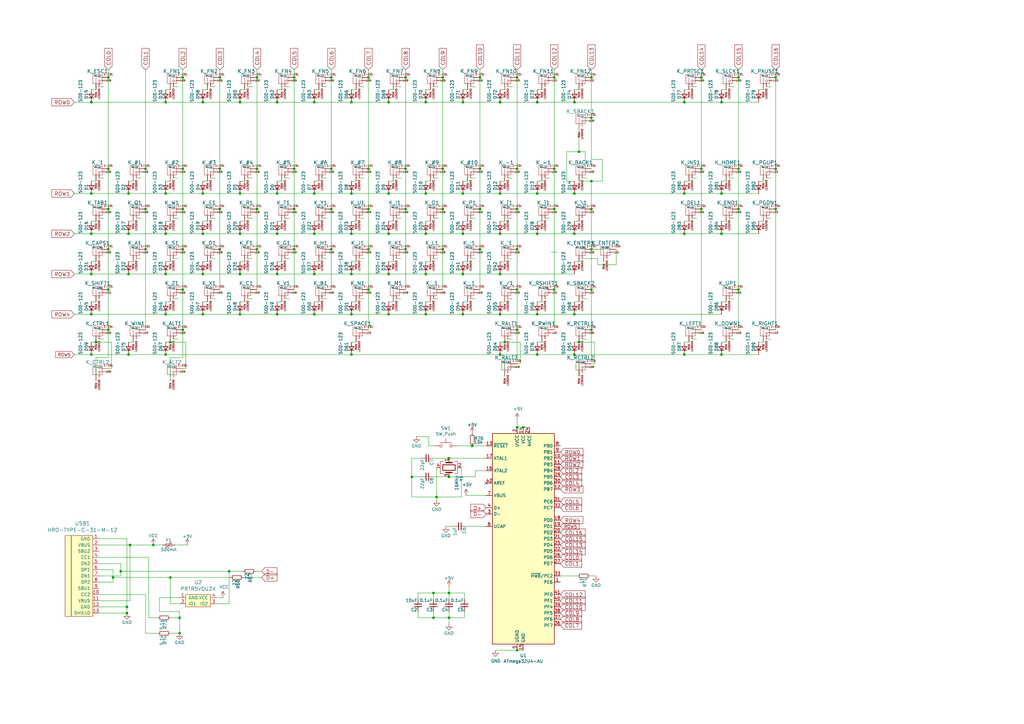
<source format=kicad_sch>
(kicad_sch (version 20230121) (generator eeschema)
  (paper "A3")
  (junction (at 113.665 95.885))
  (junction (at 174.625 112.395))
  (junction (at 151.13 69.215))
  (junction (at 113.665 128.905))
  (junction (at 46.355 236.855))
  (junction (at 235.585 95.885))
  (junction (at 242.57 102.235))
  (junction (at 295.91 95.885))
  (junction (at 159.385 112.395))
  (junction (at 212.09 85.725))
  (junction (at 280.67 79.375))
  (junction (at 83.185 79.375))
  (junction (at 62.865 223.52))
  (junction (at 220.345 95.885))
  (junction (at 98.425 95.885))
  (junction (at 212.09 266.7))
  (junction (at 205.105 112.395))
  (junction (at 69.85 140.335))
  (junction (at 151.13 102.235))
  (junction (at 181.61 102.235))
  (junction (at 235.585 145.415))
  (junction (at 159.385 95.885))
  (junction (at 318.135 31.75))
  (junction (at 205.105 95.885))
  (junction (at 74.93 102.235))
  (junction (at 67.945 41.91))
  (junction (at 174.625 95.885))
  (junction (at 144.145 145.415))
  (junction (at 74.93 118.745))
  (junction (at 189.865 95.885))
  (junction (at 67.945 145.415))
  (junction (at 242.57 85.725))
  (junction (at 189.865 41.91))
  (junction (at 159.385 128.905))
  (junction (at 151.13 31.75))
  (junction (at 193.675 182.88))
  (junction (at 318.135 85.725))
  (junction (at 159.385 41.91))
  (junction (at 184.15 253.365))
  (junction (at 59.69 69.215))
  (junction (at 189.865 128.905))
  (junction (at 52.07 251.46))
  (junction (at 98.425 79.375))
  (junction (at 37.465 41.91))
  (junction (at 44.45 31.75))
  (junction (at 113.665 41.91))
  (junction (at 83.185 41.91))
  (junction (at 227.33 31.75))
  (junction (at 59.69 102.235))
  (junction (at 302.895 85.725))
  (junction (at 177.8 243.205))
  (junction (at 52.705 95.885))
  (junction (at 235.585 41.91))
  (junction (at 74.93 69.215))
  (junction (at 74.93 85.725))
  (junction (at 67.945 95.885))
  (junction (at 98.425 128.905))
  (junction (at 39.37 140.335))
  (junction (at 287.655 85.725))
  (junction (at 120.65 85.725))
  (junction (at 52.705 79.375))
  (junction (at 144.145 112.395))
  (junction (at 135.89 85.725))
  (junction (at 105.41 31.75))
  (junction (at 196.85 69.215))
  (junction (at 295.91 79.375))
  (junction (at 302.895 31.75))
  (junction (at 73.66 259.715))
  (junction (at 212.09 31.75))
  (junction (at 151.13 85.725))
  (junction (at 67.945 128.905))
  (junction (at 74.93 135.255))
  (junction (at 280.67 41.91))
  (junction (at 120.65 69.215))
  (junction (at 177.8 253.365))
  (junction (at 168.91 195.58))
  (junction (at 181.61 69.215))
  (junction (at 135.89 102.235))
  (junction (at 318.135 69.215))
  (junction (at 174.625 128.905))
  (junction (at 166.37 85.725))
  (junction (at 181.61 31.75))
  (junction (at 184.15 243.205))
  (junction (at 159.385 79.375))
  (junction (at 52.705 145.415))
  (junction (at 235.585 128.905))
  (junction (at 90.17 102.235))
  (junction (at 220.345 128.905))
  (junction (at 135.89 69.215))
  (junction (at 113.665 79.375))
  (junction (at 220.345 145.415))
  (junction (at 166.37 31.75))
  (junction (at 242.57 74.295))
  (junction (at 302.895 118.745))
  (junction (at 287.655 31.75))
  (junction (at 295.91 41.91))
  (junction (at 144.145 41.91))
  (junction (at 214.63 175.26))
  (junction (at 67.945 79.375))
  (junction (at 90.17 31.75))
  (junction (at 205.105 128.905))
  (junction (at 90.17 69.215))
  (junction (at 280.67 145.415))
  (junction (at 280.67 95.885))
  (junction (at 53.34 223.52))
  (junction (at 113.665 112.395))
  (junction (at 128.905 79.375))
  (junction (at 37.465 128.905))
  (junction (at 220.345 41.91))
  (junction (at 52.705 112.395))
  (junction (at 52.07 248.92))
  (junction (at 242.57 118.745))
  (junction (at 205.105 79.375))
  (junction (at 184.15 187.96))
  (junction (at 207.01 140.335))
  (junction (at 90.17 85.725))
  (junction (at 74.93 31.75))
  (junction (at 189.865 112.395))
  (junction (at 227.33 85.725))
  (junction (at 212.09 175.26))
  (junction (at 196.85 85.725))
  (junction (at 212.09 135.255))
  (junction (at 73.66 253.365))
  (junction (at 37.465 95.885))
  (junction (at 174.625 41.91))
  (junction (at 212.09 69.215))
  (junction (at 128.905 112.395))
  (junction (at 128.905 41.91))
  (junction (at 287.655 69.215))
  (junction (at 120.65 31.75))
  (junction (at 212.09 118.745))
  (junction (at 302.895 69.215))
  (junction (at 105.41 85.725))
  (junction (at 189.865 79.375))
  (junction (at 83.185 128.905))
  (junction (at 295.91 145.415))
  (junction (at 220.345 79.375))
  (junction (at 227.33 118.745))
  (junction (at 235.585 79.375))
  (junction (at 237.49 140.335))
  (junction (at 93.98 234.315))
  (junction (at 135.89 31.75))
  (junction (at 98.425 41.91))
  (junction (at 166.37 69.215))
  (junction (at 166.37 102.235))
  (junction (at 105.41 102.235))
  (junction (at 144.145 95.885))
  (junction (at 105.41 69.215))
  (junction (at 37.465 112.395))
  (junction (at 49.53 234.315))
  (junction (at 83.185 112.395))
  (junction (at 237.49 62.23))
  (junction (at 120.65 102.235))
  (junction (at 179.07 203.835))
  (junction (at 83.185 95.885))
  (junction (at 205.105 41.91))
  (junction (at 174.625 79.375))
  (junction (at 196.85 31.75))
  (junction (at 128.905 95.885))
  (junction (at 144.145 79.375))
  (junction (at 196.85 102.235))
  (junction (at 227.33 69.215))
  (junction (at 44.45 102.235))
  (junction (at 151.13 118.745))
  (junction (at 98.425 112.395))
  (junction (at 184.15 195.58))
  (junction (at 44.45 85.725))
  (junction (at 37.465 79.375))
  (junction (at 69.85 236.855))
  (junction (at 242.57 48.26))
  (junction (at 37.465 145.415))
  (junction (at 205.105 145.415))
  (junction (at 44.45 69.215))
  (junction (at 59.69 85.725))
  (junction (at 212.09 102.235))
  (junction (at 242.57 135.255))
  (junction (at 181.61 85.725))
  (junction (at 44.45 118.745))
  (junction (at 67.945 112.395))
  (junction (at 44.45 135.255))
  (junction (at 128.905 128.905))
  (junction (at 242.57 31.75))
  (junction (at 144.145 128.905))
  (no_connect (at 199.39 198.12))
  (wire (pts (xy 83.185 74.295) (xy 85.09 74.295)))
  (wire (pts (xy 285.75 73.025) (xy 283.845 73.025)))
  (wire (pts (xy 103.505 89.535) (xy 101.6 89.535)))
  (wire (pts (xy 65.405 245.11) (xy 73.66 245.11)))
  (wire (pts (xy 59.69 28.575) (xy 59.69 69.215)))
  (wire (pts (xy 144.145 140.335) (xy 146.05 140.335)))
  (wire (pts (xy 174.625 123.825) (xy 176.53 123.825)))
  (wire (pts (xy 135.89 31.75) (xy 135.89 69.215)))
  (wire (pts (xy 182.88 103.505) (xy 180.34 103.505)))
  (wire (pts (xy 214.63 266.7) (xy 212.09 266.7)))
  (wire (pts (xy 113.665 123.825) (xy 115.57 123.825)))
  (wire (pts (xy 151.13 102.235) (xy 151.13 85.725)))
  (wire (pts (xy 144.145 90.805) (xy 146.05 90.805)))
  (wire (pts (xy 103.505 35.56) (xy 101.6 35.56)))
  (wire (pts (xy 167.64 33.02) (xy 165.1 33.02)))
  (wire (pts (xy 152.4 120.015) (xy 149.86 120.015)))
  (wire (pts (xy 184.15 250.825) (xy 184.15 253.365)))
  (wire (pts (xy 59.69 259.715) (xy 64.77 259.715)))
  (wire (pts (xy 285.75 139.065) (xy 283.845 139.065)))
  (wire (pts (xy 37.465 74.295) (xy 39.37 74.295)))
  (wire (pts (xy 103.505 106.045) (xy 101.6 106.045)))
  (wire (pts (xy 242.57 28.575) (xy 242.57 31.75)))
  (wire (pts (xy 311.15 36.83) (xy 313.055 36.83)))
  (wire (pts (xy 210.185 122.555) (xy 208.28 122.555)))
  (wire (pts (xy 67.945 107.315) (xy 69.85 107.315)))
  (wire (pts (xy 247.65 102.235) (xy 247.65 107.315)))
  (wire (pts (xy 83.185 107.315) (xy 85.09 107.315)))
  (wire (pts (xy 52.705 112.395) (xy 67.945 112.395)))
  (wire (pts (xy 280.67 79.375) (xy 295.91 79.375)))
  (wire (pts (xy 242.57 85.725) (xy 242.57 102.235)))
  (wire (pts (xy 214.63 175.26) (xy 212.09 175.26)))
  (wire (pts (xy 98.425 41.91) (xy 83.185 41.91)))
  (wire (pts (xy 172.72 187.96) (xy 168.91 187.96)))
  (wire (pts (xy 235.585 128.905) (xy 295.91 128.905)))
  (wire (pts (xy 171.45 243.205) (xy 177.8 243.205)))
  (wire (pts (xy 168.91 187.96) (xy 168.91 195.58)))
  (wire (pts (xy 184.15 187.96) (xy 199.39 187.96)))
  (wire (pts (xy 98.425 79.375) (xy 113.665 79.375)))
  (wire (pts (xy 235.585 41.91) (xy 220.345 41.91)))
  (wire (pts (xy 205.105 123.825) (xy 207.01 123.825)))
  (wire (pts (xy 113.665 41.91) (xy 98.425 41.91)))
  (wire (pts (xy 113.665 128.905) (xy 128.905 128.905)))
  (wire (pts (xy 242.57 31.75) (xy 242.57 48.26)))
  (wire (pts (xy 300.99 73.025) (xy 299.085 73.025)))
  (wire (pts (xy 45.72 136.525) (xy 43.18 136.525)))
  (wire (pts (xy 189.865 123.825) (xy 191.77 123.825)))
  (wire (pts (xy 189.865 79.375) (xy 205.105 79.375)))
  (wire (pts (xy 174.625 112.395) (xy 189.865 112.395)))
  (wire (pts (xy 198.12 70.485) (xy 195.58 70.485)))
  (wire (pts (xy 83.185 90.805) (xy 85.09 90.805)))
  (wire (pts (xy 198.12 33.02) (xy 195.58 33.02)))
  (wire (pts (xy 220.345 128.905) (xy 235.585 128.905)))
  (wire (pts (xy 37.465 145.415) (xy 52.705 145.415)))
  (wire (pts (xy 37.465 123.825) (xy 39.37 123.825)))
  (wire (pts (xy 295.91 36.83) (xy 297.815 36.83)))
  (wire (pts (xy 151.13 31.75) (xy 151.13 28.575)))
  (wire (pts (xy 196.85 102.235) (xy 196.85 85.725)))
  (wire (pts (xy 210.185 35.56) (xy 208.28 35.56)))
  (wire (pts (xy 217.17 175.26) (xy 214.63 175.26)))
  (wire (pts (xy 137.16 70.485) (xy 134.62 70.485)))
  (wire (pts (xy 179.07 203.835) (xy 189.23 203.835)))
  (wire (pts (xy 174.625 41.91) (xy 159.385 41.91)))
  (wire (pts (xy 295.91 79.375) (xy 311.15 79.375)))
  (wire (pts (xy 235.585 107.315) (xy 237.49 107.315)))
  (wire (pts (xy 76.2 136.525) (xy 73.66 136.525)))
  (wire (pts (xy 280.67 140.335) (xy 282.575 140.335)))
  (wire (pts (xy 60.96 103.505) (xy 58.42 103.505)))
  (wire (pts (xy 189.865 41.91) (xy 174.625 41.91)))
  (wire (pts (xy 52.705 95.885) (xy 67.945 95.885)))
  (wire (pts (xy 205.105 107.315) (xy 207.01 107.315)))
  (wire (pts (xy 144.145 145.415) (xy 205.105 145.415)))
  (wire (pts (xy 232.41 74.295) (xy 232.41 62.23)))
  (wire (pts (xy 220.345 41.91) (xy 205.105 41.91)))
  (wire (pts (xy 128.905 36.83) (xy 130.81 36.83)))
  (wire (pts (xy 152.4 33.02) (xy 149.86 33.02)))
  (wire (pts (xy 300.99 35.56) (xy 299.085 35.56)))
  (wire (pts (xy 207.01 147.32) (xy 207.01 154.305)))
  (wire (pts (xy 220.345 95.885) (xy 235.585 95.885)))
  (wire (pts (xy 227.33 69.215) (xy 227.33 85.725)))
  (wire (pts (xy 37.465 95.885) (xy 52.705 95.885)))
  (wire (pts (xy 83.185 95.885) (xy 98.425 95.885)))
  (wire (pts (xy 40.64 228.6) (xy 60.96 228.6)))
  (wire (pts (xy 151.13 31.75) (xy 151.13 69.215)))
  (wire (pts (xy 144.145 79.375) (xy 159.385 79.375)))
  (wire (pts (xy 189.865 107.315) (xy 191.77 107.315)))
  (wire (pts (xy 304.165 120.015) (xy 301.625 120.015)))
  (wire (pts (xy 174.625 107.315) (xy 176.53 107.315)))
  (wire (pts (xy 88.265 122.555) (xy 86.36 122.555)))
  (wire (pts (xy 46.355 236.855) (xy 46.355 238.76)))
  (wire (pts (xy 118.745 122.555) (xy 116.84 122.555)))
  (wire (pts (xy 228.6 70.485) (xy 226.06 70.485)))
  (wire (pts (xy 159.385 128.905) (xy 174.625 128.905)))
  (wire (pts (xy 225.425 89.535) (xy 223.52 89.535)))
  (wire (pts (xy 118.745 73.025) (xy 116.84 73.025)))
  (wire (pts (xy 73.66 70.485) (xy 76.2 70.485)))
  (wire (pts (xy 184.15 195.58) (xy 177.8 195.58)))
  (wire (pts (xy 90.17 69.215) (xy 90.17 85.725)))
  (wire (pts (xy 288.925 33.02) (xy 286.385 33.02)))
  (wire (pts (xy 37.465 41.91) (xy 67.945 41.91)))
  (wire (pts (xy 121.92 86.995) (xy 119.38 86.995)))
  (wire (pts (xy 235.585 140.335) (xy 237.49 140.335)))
  (wire (pts (xy 287.655 28.575) (xy 287.655 31.75)))
  (wire (pts (xy 191.135 215.9) (xy 199.39 215.9)))
  (wire (pts (xy 135.89 118.745) (xy 135.89 102.235)))
  (wire (pts (xy 91.44 70.485) (xy 88.9 70.485)))
  (wire (pts (xy 166.37 85.725) (xy 166.37 102.235)))
  (wire (pts (xy 128.905 112.395) (xy 144.145 112.395)))
  (wire (pts (xy 189.865 128.905) (xy 205.105 128.905)))
  (wire (pts (xy 42.545 139.065) (xy 40.64 139.065)))
  (wire (pts (xy 318.135 31.75) (xy 318.135 69.215)))
  (wire (pts (xy 133.985 122.555) (xy 132.08 122.555)))
  (wire (pts (xy 243.84 49.53) (xy 241.3 49.53)))
  (wire (pts (xy 133.985 106.045) (xy 132.08 106.045)))
  (wire (pts (xy 30.48 145.415) (xy 37.465 145.415)))
  (wire (pts (xy 199.39 203.2) (xy 191.135 203.2)))
  (wire (pts (xy 105.41 31.75) (xy 105.41 69.215)))
  (wire (pts (xy 88.265 35.56) (xy 86.36 35.56)))
  (wire (pts (xy 164.465 122.555) (xy 162.56 122.555)))
  (wire (pts (xy 37.465 112.395) (xy 52.705 112.395)))
  (wire (pts (xy 57.785 89.535) (xy 55.88 89.535)))
  (wire (pts (xy 168.91 195.58) (xy 172.72 195.58)))
  (wire (pts (xy 159.385 79.375) (xy 174.625 79.375)))
  (wire (pts (xy 53.34 223.52) (xy 62.865 223.52)))
  (wire (pts (xy 182.88 120.015) (xy 180.34 120.015)))
  (wire (pts (xy 179.705 35.56) (xy 177.8 35.56)))
  (wire (pts (xy 135.89 31.75) (xy 135.89 28.575)))
  (wire (pts (xy 302.895 135.255) (xy 302.895 118.745)))
  (wire (pts (xy 177.8 243.205) (xy 177.8 245.745)))
  (wire (pts (xy 73.66 259.715) (xy 69.85 259.715)))
  (wire (pts (xy 133.985 73.025) (xy 132.08 73.025)))
  (wire (pts (xy 287.655 31.75) (xy 287.655 69.215)))
  (wire (pts (xy 121.92 33.02) (xy 119.38 33.02)))
  (wire (pts (xy 177.8 253.365) (xy 184.15 253.365)))
  (wire (pts (xy 304.165 136.525) (xy 301.625 136.525)))
  (wire (pts (xy 44.45 135.255) (xy 44.45 146.685)))
  (wire (pts (xy 40.64 223.52) (xy 53.34 223.52)))
  (wire (pts (xy 187.96 182.88) (xy 193.675 182.88)))
  (wire (pts (xy 37.465 90.805) (xy 39.37 90.805)))
  (wire (pts (xy 205.105 36.83) (xy 207.01 36.83)))
  (wire (pts (xy 213.36 120.015) (xy 210.82 120.015)))
  (wire (pts (xy 295.91 123.825) (xy 297.815 123.825)))
  (wire (pts (xy 46.355 233.68) (xy 46.355 236.855)))
  (wire (pts (xy 295.91 140.335) (xy 297.815 140.335)))
  (wire (pts (xy 203.2 266.7) (xy 212.09 266.7)))
  (wire (pts (xy 76.835 223.52) (xy 71.755 223.52)))
  (wire (pts (xy 242.57 69.215) (xy 240.03 69.215)))
  (wire (pts (xy 194.945 89.535) (xy 193.04 89.535)))
  (wire (pts (xy 98.425 123.825) (xy 100.33 123.825)))
  (wire (pts (xy 288.925 86.995) (xy 286.385 86.995)))
  (wire (pts (xy 287.655 85.725) (xy 287.655 135.255)))
  (wire (pts (xy 73.66 253.365) (xy 73.66 250.825)))
  (wire (pts (xy 106.68 103.505) (xy 104.14 103.505)))
  (wire (pts (xy 144.145 128.905) (xy 159.385 128.905)))
  (wire (pts (xy 212.09 135.255) (xy 212.09 147.32)))
  (wire (pts (xy 39.37 146.685) (xy 39.37 156.21)))
  (wire (pts (xy 62.865 223.52) (xy 66.675 223.52)))
  (wire (pts (xy 252.73 108.585) (xy 245.11 108.585)))
  (wire (pts (xy 128.905 74.295) (xy 130.81 74.295)))
  (wire (pts (xy 73.66 247.65) (xy 69.85 247.65)))
  (wire (pts (xy 171.45 253.365) (xy 171.45 250.825)))
  (wire (pts (xy 288.925 70.485) (xy 286.385 70.485)))
  (wire (pts (xy 177.8 187.96) (xy 184.15 187.96)))
  (wire (pts (xy 73.025 106.045) (xy 71.12 106.045)))
  (wire (pts (xy 288.925 136.525) (xy 286.385 136.525)))
  (wire (pts (xy 205.105 79.375) (xy 220.345 79.375)))
  (wire (pts (xy 190.5 243.205) (xy 190.5 245.745)))
  (wire (pts (xy 113.665 107.315) (xy 115.57 107.315)))
  (wire (pts (xy 181.61 28.575) (xy 181.61 31.75)))
  (wire (pts (xy 213.36 86.995) (xy 210.82 86.995)))
  (wire (pts (xy 46.355 236.855) (xy 69.85 236.855)))
  (wire (pts (xy 189.865 95.885) (xy 205.105 95.885)))
  (wire (pts (xy 220.345 74.295) (xy 222.25 74.295)))
  (wire (pts (xy 235.585 74.295) (xy 232.41 74.295)))
  (wire (pts (xy 45.72 140.335) (xy 45.72 151.13)))
  (wire (pts (xy 74.93 31.75) (xy 74.93 69.215)))
  (wire (pts (xy 171.45 245.745) (xy 171.45 243.205)))
  (wire (pts (xy 73.025 89.535) (xy 71.12 89.535)))
  (wire (pts (xy 242.57 102.235) (xy 247.65 102.235)))
  (wire (pts (xy 166.37 69.215) (xy 166.37 85.725)))
  (wire (pts (xy 205.105 41.91) (xy 189.865 41.91)))
  (wire (pts (xy 91.44 86.995) (xy 88.9 86.995)))
  (wire (pts (xy 159.385 112.395) (xy 174.625 112.395)))
  (wire (pts (xy 213.36 103.505) (xy 210.82 103.505)))
  (wire (pts (xy 212.09 149.225) (xy 213.36 149.225)))
  (wire (pts (xy 182.88 70.485) (xy 180.34 70.485)))
  (wire (pts (xy 52.705 74.295) (xy 54.61 74.295)))
  (wire (pts (xy 90.17 28.575) (xy 90.17 31.75)))
  (wire (pts (xy 76.2 140.335) (xy 69.85 140.335)))
  (wire (pts (xy 44.45 28.575) (xy 44.45 31.75)))
  (wire (pts (xy 42.545 73.025) (xy 40.64 73.025)))
  (wire (pts (xy 133.985 35.56) (xy 132.08 35.56)))
  (wire (pts (xy 159.385 107.315) (xy 161.29 107.315)))
  (wire (pts (xy 43.18 103.505) (xy 45.72 103.505)))
  (wire (pts (xy 242.57 147.32) (xy 237.49 147.32)))
  (wire (pts (xy 220.345 36.83) (xy 222.25 36.83)))
  (wire (pts (xy 237.49 53.34) (xy 237.49 62.23)))
  (wire (pts (xy 295.91 95.885) (xy 311.15 95.885)))
  (wire (pts (xy 287.655 69.215) (xy 287.655 85.725)))
  (wire (pts (xy 44.45 31.75) (xy 44.45 69.215)))
  (wire (pts (xy 93.98 247.65) (xy 93.98 234.315)))
  (wire (pts (xy 30.48 95.885) (xy 37.465 95.885)))
  (wire (pts (xy 240.665 122.555) (xy 238.76 122.555)))
  (wire (pts (xy 98.425 107.315) (xy 100.33 107.315)))
  (wire (pts (xy 30.48 79.375) (xy 37.465 79.375)))
  (wire (pts (xy 74.93 118.745) (xy 74.93 135.255)))
  (wire (pts (xy 164.465 73.025) (xy 162.56 73.025)))
  (wire (pts (xy 30.48 112.395) (xy 37.465 112.395)))
  (wire (pts (xy 159.385 36.83) (xy 161.29 36.83)))
  (wire (pts (xy 242.57 48.26) (xy 242.57 65.405)))
  (wire (pts (xy 104.775 234.315) (xy 107.315 234.315)))
  (wire (pts (xy 99.695 236.855) (xy 107.315 236.855)))
  (wire (pts (xy 74.93 102.235) (xy 74.93 118.745)))
  (wire (pts (xy 240.665 73.025) (xy 238.76 73.025)))
  (wire (pts (xy 280.67 95.885) (xy 295.91 95.885)))
  (wire (pts (xy 228.6 86.995) (xy 226.06 86.995)))
  (wire (pts (xy 73.025 122.555) (xy 71.12 122.555)))
  (wire (pts (xy 241.3 150.495) (xy 243.84 150.495)))
  (wire (pts (xy 194.945 35.56) (xy 193.04 35.56)))
  (wire (pts (xy 88.265 89.535) (xy 86.36 89.535)))
  (wire (pts (xy 179.705 106.045) (xy 177.8 106.045)))
  (wire (pts (xy 105.41 28.575) (xy 105.41 31.75)))
  (wire (pts (xy 213.36 33.02) (xy 210.82 33.02)))
  (wire (pts (xy 88.265 106.045) (xy 86.36 106.045)))
  (wire (pts (xy 179.07 203.835) (xy 179.07 205.105)))
  (wire (pts (xy 236.855 236.22) (xy 229.87 236.22)))
  (wire (pts (xy 30.48 128.905) (xy 37.465 128.905)))
  (wire (pts (xy 88.9 247.65) (xy 93.98 247.65)))
  (wire (pts (xy 45.72 151.13) (xy 44.45 151.13)))
  (wire (pts (xy 144.145 36.83) (xy 146.05 36.83)))
  (wire (pts (xy 194.945 193.04) (xy 194.945 195.58)))
  (wire (pts (xy 318.135 69.215) (xy 318.135 85.725)))
  (wire (pts (xy 213.36 150.495) (xy 210.82 150.495)))
  (wire (pts (xy 69.85 236.855) (xy 94.615 236.855)))
  (wire (pts (xy 67.945 90.805) (xy 69.85 90.805)))
  (wire (pts (xy 198.12 103.505) (xy 195.58 103.505)))
  (wire (pts (xy 113.665 95.885) (xy 128.905 95.885)))
  (wire (pts (xy 311.15 90.805) (xy 313.055 90.805)))
  (wire (pts (xy 73.025 73.025) (xy 71.12 73.025)))
  (wire (pts (xy 144.145 107.315) (xy 146.05 107.315)))
  (wire (pts (xy 189.865 90.805) (xy 191.77 90.805)))
  (wire (pts (xy 212.09 147.32) (xy 207.01 147.32)))
  (wire (pts (xy 243.84 140.335) (xy 237.49 140.335)))
  (wire (pts (xy 295.91 145.415) (xy 311.15 145.415)))
  (wire (pts (xy 168.91 195.58) (xy 168.91 203.835)))
  (wire (pts (xy 76.2 120.015) (xy 73.66 120.015)))
  (wire (pts (xy 166.37 102.235) (xy 166.37 118.745)))
  (wire (pts (xy 235.585 145.415) (xy 280.67 145.415)))
  (wire (pts (xy 213.36 70.485) (xy 210.82 70.485)))
  (wire (pts (xy 98.425 74.295) (xy 100.33 74.295)))
  (wire (pts (xy 235.585 95.885) (xy 280.67 95.885)))
  (wire (pts (xy 39.37 140.335) (xy 45.72 140.335)))
  (wire (pts (xy 144.145 74.295) (xy 146.05 74.295)))
  (wire (pts (xy 179.705 89.535) (xy 177.8 89.535)))
  (wire (pts (xy 133.985 89.535) (xy 132.08 89.535)))
  (wire (pts (xy 152.4 86.995) (xy 149.86 86.995)))
  (wire (pts (xy 152.4 103.505) (xy 149.86 103.505)))
  (wire (pts (xy 120.65 28.575) (xy 120.65 31.75)))
  (wire (pts (xy 149.225 106.045) (xy 147.32 106.045)))
  (wire (pts (xy 121.92 70.485) (xy 119.38 70.485)))
  (wire (pts (xy 220.345 145.415) (xy 235.585 145.415)))
  (wire (pts (xy 190.5 253.365) (xy 190.5 250.825)))
  (wire (pts (xy 59.69 243.84) (xy 59.69 259.715)))
  (wire (pts (xy 120.65 85.725) (xy 120.65 102.235)))
  (wire (pts (xy 83.185 36.83) (xy 85.09 36.83)))
  (wire (pts (xy 318.135 135.255) (xy 318.135 85.725)))
  (wire (pts (xy 280.67 36.83) (xy 282.575 36.83)))
  (wire (pts (xy 67.945 123.825) (xy 69.85 123.825)))
  (wire (pts (xy 128.905 41.91) (xy 113.665 41.91)))
  (wire (pts (xy 170.815 179.07) (xy 175.895 179.07)))
  (wire (pts (xy 74.93 69.215) (xy 74.93 85.725)))
  (wire (pts (xy 90.17 102.235) (xy 90.17 118.745)))
  (wire (pts (xy 137.16 33.02) (xy 134.62 33.02)))
  (wire (pts (xy 242.57 74.295) (xy 242.57 85.725)))
  (wire (pts (xy 118.745 106.045) (xy 116.84 106.045)))
  (wire (pts (xy 113.665 90.805) (xy 115.57 90.805)))
  (wire (pts (xy 128.905 107.315) (xy 130.81 107.315)))
  (wire (pts (xy 167.64 120.015) (xy 165.1 120.015)))
  (wire (pts (xy 245.11 106.045) (xy 238.76 106.045)))
  (wire (pts (xy 52.705 90.805) (xy 54.61 90.805)))
  (wire (pts (xy 105.41 85.725) (xy 105.41 102.235)))
  (wire (pts (xy 175.895 179.07) (xy 175.895 182.88)))
  (wire (pts (xy 220.345 140.335) (xy 222.25 140.335)))
  (wire (pts (xy 316.23 89.535) (xy 314.325 89.535)))
  (wire (pts (xy 205.105 128.905) (xy 220.345 128.905)))
  (wire (pts (xy 212.09 31.75) (xy 212.09 69.215)))
  (wire (pts (xy 232.41 62.23) (xy 237.49 62.23)))
  (wire (pts (xy 98.425 95.885) (xy 113.665 95.885)))
  (wire (pts (xy 121.92 103.505) (xy 119.38 103.505)))
  (wire (pts (xy 174.625 90.805) (xy 176.53 90.805)))
  (wire (pts (xy 44.45 102.235) (xy 44.45 118.745)))
  (wire (pts (xy 302.895 31.75) (xy 302.895 69.215)))
  (wire (pts (xy 300.99 89.535) (xy 299.085 89.535)))
  (wire (pts (xy 300.99 122.555) (xy 299.085 122.555)))
  (wire (pts (xy 67.945 95.885) (xy 83.185 95.885)))
  (wire (pts (xy 302.895 85.725) (xy 302.895 69.215)))
  (wire (pts (xy 164.465 89.535) (xy 162.56 89.535)))
  (wire (pts (xy 205.105 140.335) (xy 207.01 140.335)))
  (wire (pts (xy 167.64 86.995) (xy 165.1 86.995)))
  (wire (pts (xy 45.72 152.4) (xy 43.18 152.4)))
  (wire (pts (xy 205.105 112.395) (xy 235.585 112.395)))
  (wire (pts (xy 67.945 74.295) (xy 69.85 74.295)))
  (wire (pts (xy 242.57 118.745) (xy 242.57 135.255)))
  (wire (pts (xy 164.465 106.045) (xy 162.56 106.045)))
  (wire (pts (xy 194.945 122.555) (xy 193.04 122.555)))
  (wire (pts (xy 144.145 95.885) (xy 159.385 95.885)))
  (wire (pts (xy 118.745 89.535) (xy 116.84 89.535)))
  (wire (pts (xy 302.895 28.575) (xy 302.895 31.75)))
  (wire (pts (xy 181.61 31.75) (xy 181.61 69.215)))
  (wire (pts (xy 120.65 102.235) (xy 120.65 118.745)))
  (wire (pts (xy 244.475 236.22) (xy 241.935 236.22)))
  (wire (pts (xy 280.67 74.295) (xy 282.575 74.295)))
  (wire (pts (xy 242.57 74.295) (xy 247.015 74.295)))
  (wire (pts (xy 295.91 90.805) (xy 297.815 90.805)))
  (wire (pts (xy 212.09 102.235) (xy 212.09 85.725)))
  (wire (pts (xy 159.385 74.295) (xy 161.29 74.295)))
  (wire (pts (xy 240.03 62.23) (xy 237.49 62.23)))
  (wire (pts (xy 113.665 36.83) (xy 115.57 36.83)))
  (wire (pts (xy 105.41 69.215) (xy 105.41 85.725)))
  (wire (pts (xy 237.49 147.32) (xy 237.49 154.305)))
  (wire (pts (xy 53.34 246.38) (xy 40.64 246.38)))
  (wire (pts (xy 67.945 36.83) (xy 69.85 36.83)))
  (wire (pts (xy 37.465 41.91) (xy 30.48 41.91)))
  (wire (pts (xy 71.12 139.065) (xy 73.025 139.065)))
  (wire (pts (xy 149.225 122.555) (xy 147.32 122.555)))
  (wire (pts (xy 73.66 33.02) (xy 76.2 33.02)))
  (wire (pts (xy 227.33 28.575) (xy 227.33 31.75)))
  (wire (pts (xy 316.23 139.065) (xy 314.325 139.065)))
  (wire (pts (xy 174.625 74.295) (xy 176.53 74.295)))
  (wire (pts (xy 69.85 253.365) (xy 73.66 253.365)))
  (wire (pts (xy 285.75 89.535) (xy 283.845 89.535)))
  (wire (pts (xy 235.585 79.375) (xy 280.67 79.375)))
  (wire (pts (xy 74.93 28.575) (xy 74.93 31.75)))
  (wire (pts (xy 304.165 33.02) (xy 301.625 33.02)))
  (wire (pts (xy 167.64 103.505) (xy 165.1 103.505)))
  (wire (pts (xy 184.15 243.205) (xy 184.15 245.745)))
  (wire (pts (xy 184.15 243.205) (xy 190.5 243.205)))
  (wire (pts (xy 43.18 33.02) (xy 45.72 33.02)))
  (wire (pts (xy 245.11 108.585) (xy 245.11 106.045)))
  (wire (pts (xy 205.105 145.415) (xy 220.345 145.415)))
  (wire (pts (xy 52.07 220.98) (xy 40.64 220.98)))
  (wire (pts (xy 285.75 35.56) (xy 283.845 35.56)))
  (wire (pts (xy 73.025 35.56) (xy 71.12 35.56)))
  (wire (pts (xy 151.13 118.745) (xy 151.13 102.235)))
  (wire (pts (xy 106.68 120.015) (xy 104.14 120.015)))
  (wire (pts (xy 67.945 112.395) (xy 83.185 112.395)))
  (wire (pts (xy 194.945 106.045) (xy 193.04 106.045)))
  (wire (pts (xy 213.36 140.335) (xy 207.01 140.335)))
  (wire (pts (xy 128.905 90.805) (xy 130.81 90.805)))
  (wire (pts (xy 179.705 73.025) (xy 177.8 73.025)))
  (wire (pts (xy 243.84 70.485) (xy 241.3 70.485)))
  (wire (pts (xy 91.44 103.505) (xy 88.9 103.505)))
  (wire (pts (xy 76.2 103.505) (xy 73.66 103.505)))
  (wire (pts (xy 174.625 95.885) (xy 189.865 95.885)))
  (wire (pts (xy 76.2 86.995) (xy 73.66 86.995)))
  (wire (pts (xy 67.945 140.335) (xy 69.85 140.335)))
  (wire (pts (xy 240.665 139.065) (xy 238.76 139.065)))
  (wire (pts (xy 83.185 112.395) (xy 98.425 112.395)))
  (wire (pts (xy 135.89 85.725) (xy 135.89 69.215)))
  (wire (pts (xy 49.53 234.315) (xy 49.53 231.14)))
  (wire (pts (xy 60.96 228.6) (xy 60.96 253.365)))
  (wire (pts (xy 65.405 250.825) (xy 65.405 245.11)))
  (wire (pts (xy 318.135 28.575) (xy 318.135 31.75)))
  (wire (pts (xy 212.09 85.725) (xy 212.09 69.215)))
  (wire (pts (xy 159.385 123.825) (xy 161.29 123.825)))
  (wire (pts (xy 151.13 85.725) (xy 151.13 69.215)))
  (wire (pts (xy 235.585 123.825) (xy 237.49 123.825)))
  (wire (pts (xy 237.49 74.295) (xy 242.57 74.295)))
  (wire (pts (xy 90.17 85.725) (xy 90.17 102.235)))
  (wire (pts (xy 196.85 118.745) (xy 196.85 102.235)))
  (wire (pts (xy 113.665 74.295) (xy 115.57 74.295)))
  (wire (pts (xy 159.385 95.885) (xy 174.625 95.885)))
  (wire (pts (xy 182.88 86.995) (xy 180.34 86.995)))
  (wire (pts (xy 83.185 41.91) (xy 67.945 41.91)))
  (wire (pts (xy 59.69 102.235) (xy 59.69 85.725)))
  (wire (pts (xy 198.12 86.995) (xy 195.58 86.995)))
  (wire (pts (xy 252.73 102.235) (xy 252.73 108.585)))
  (wire (pts (xy 128.905 128.905) (xy 144.145 128.905)))
  (wire (pts (xy 37.465 79.375) (xy 52.705 79.375)))
  (wire (pts (xy 189.865 112.395) (xy 205.105 112.395)))
  (wire (pts (xy 196.85 31.75) (xy 196.85 69.215)))
  (wire (pts (xy 98.425 36.83) (xy 100.33 36.83)))
  (wire (pts (xy 205.105 95.885) (xy 220.345 95.885)))
  (wire (pts (xy 74.93 146.685) (xy 69.85 146.685)))
  (wire (pts (xy 74.93 85.725) (xy 74.93 102.235)))
  (wire (pts (xy 105.41 102.235) (xy 105.41 118.745)))
  (wire (pts (xy 213.36 149.225) (xy 213.36 140.335)))
  (wire (pts (xy 311.15 74.295) (xy 313.055 74.295)))
  (wire (pts (xy 194.945 195.58) (xy 184.15 195.58)))
  (wire (pts (xy 98.425 90.805) (xy 100.33 90.805)))
  (wire (pts (xy 98.425 128.905) (xy 113.665 128.905)))
  (wire (pts (xy 137.16 120.015) (xy 134.62 120.015)))
  (wire (pts (xy 40.64 233.68) (xy 46.355 233.68)))
  (wire (pts (xy 69.85 247.65) (xy 69.85 236.855)))
  (wire (pts (xy 113.665 79.375) (xy 128.905 79.375)))
  (wire (pts (xy 52.705 107.315) (xy 54.61 107.315)))
  (wire (pts (xy 167.64 70.485) (xy 165.1 70.485)))
  (wire (pts (xy 184.15 253.365) (xy 190.5 253.365)))
  (wire (pts (xy 83.185 123.825) (xy 85.09 123.825)))
  (wire (pts (xy 311.15 41.91) (xy 295.91 41.91)))
  (wire (pts (xy 243.84 103.505) (xy 241.3 103.505)))
  (wire (pts (xy 175.895 182.88) (xy 177.8 182.88)))
  (wire (pts (xy 49.53 231.14) (xy 40.64 231.14)))
  (wire (pts (xy 118.745 35.56) (xy 116.84 35.56)))
  (wire (pts (xy 184.15 253.365) (xy 184.15 255.905)))
  (wire (pts (xy 83.185 128.905) (xy 98.425 128.905)))
  (wire (pts (xy 46.355 238.76) (xy 40.64 238.76)))
  (wire (pts (xy 227.33 31.75) (xy 227.33 69.215)))
  (wire (pts (xy 52.705 140.335) (xy 54.61 140.335)))
  (wire (pts (xy 120.65 69.215) (xy 120.65 85.725)))
  (wire (pts (xy 220.345 79.375) (xy 235.585 79.375)))
  (wire (pts (xy 103.505 73.025) (xy 101.6 73.025)))
  (wire (pts (xy 174.625 79.375) (xy 189.865 79.375)))
  (wire (pts (xy 113.665 112.395) (xy 128.905 112.395)))
  (wire (pts (xy 227.33 85.725) (xy 227.33 118.745)))
  (wire (pts (xy 44.45 146.685) (xy 39.37 146.685)))
  (wire (pts (xy 93.98 234.315) (xy 99.695 234.315)))
  (wire (pts (xy 242.57 65.405) (xy 247.015 65.405)))
  (wire (pts (xy 220.345 123.825) (xy 222.25 123.825)))
  (wire (pts (xy 121.92 120.015) (xy 119.38 120.015)))
  (wire (pts (xy 60.96 253.365) (xy 64.77 253.365)))
  (wire (pts (xy 74.93 151.13) (xy 76.2 151.13)))
  (wire (pts (xy 44.45 118.745) (xy 44.45 135.255)))
  (wire (pts (xy 243.84 136.525) (xy 241.3 136.525)))
  (wire (pts (xy 196.85 31.75) (xy 196.85 28.575)))
  (wire (pts (xy 316.23 35.56) (xy 314.325 35.56)))
  (wire (pts (xy 151.13 118.745) (xy 151.13 135.255)))
  (wire (pts (xy 194.945 73.025) (xy 193.04 73.025)))
  (wire (pts (xy 137.16 103.505) (xy 134.62 103.505)))
  (wire (pts (xy 98.425 112.395) (xy 113.665 112.395)))
  (wire (pts (xy 210.185 139.065) (xy 208.28 139.065)))
  (wire (pts (xy 52.07 220.98) (xy 52.07 248.92)))
  (wire (pts (xy 83.185 79.375) (xy 98.425 79.375)))
  (wire (pts (xy 280.67 145.415) (xy 295.91 145.415)))
  (wire (pts (xy 280.67 90.805) (xy 282.575 90.805)))
  (wire (pts (xy 149.225 89.535) (xy 147.32 89.535)))
  (wire (pts (xy 177.8 243.205) (xy 184.15 243.205)))
  (wire (pts (xy 67.945 145.415) (xy 144.145 145.415)))
  (wire (pts (xy 128.905 123.825) (xy 130.81 123.825)))
  (wire (pts (xy 235.585 41.91) (xy 280.67 41.91)))
  (wire (pts (xy 212.09 135.255) (xy 212.09 118.745)))
  (wire (pts (xy 91.44 245.11) (xy 88.9 245.11)))
  (wire (pts (xy 225.425 73.025) (xy 223.52 73.025)))
  (wire (pts (xy 198.12 120.015) (xy 195.58 120.015)))
  (wire (pts (xy 247.015 65.405) (xy 247.015 74.295)))
  (wire (pts (xy 144.145 41.91) (xy 128.905 41.91)))
  (wire (pts (xy 149.225 73.025) (xy 147.32 73.025)))
  (wire (pts (xy 302.895 85.725) (xy 302.895 118.745)))
  (wire (pts (xy 189.865 74.295) (xy 191.77 74.295)))
  (wire (pts (xy 44.45 69.215) (xy 44.45 85.725)))
  (wire (pts (xy 73.66 152.4) (xy 76.2 152.4)))
  (wire (pts (xy 304.165 70.485) (xy 301.625 70.485)))
  (wire (pts (xy 212.09 118.745) (xy 212.09 102.235)))
  (wire (pts (xy 57.785 106.045) (xy 55.88 106.045)))
  (wire (pts (xy 213.36 136.525) (xy 210.82 136.525)))
  (wire (pts (xy 91.44 120.015) (xy 88.9 120.015)))
  (wire (pts (xy 52.07 248.92) (xy 52.07 251.46)))
  (wire (pts (xy 137.16 86.995) (xy 134.62 86.995)))
  (wire (pts (xy 193.675 182.88) (xy 199.39 182.88)))
  (wire (pts (xy 159.385 90.805) (xy 161.29 90.805)))
  (wire (pts (xy 59.69 102.235) (xy 59.69 135.255)))
  (wire (pts (xy 181.61 102.235) (xy 181.61 118.745)))
  (wire (pts (xy 242.57 149.225) (xy 243.84 149.225)))
  (wire (pts (xy 189.865 36.83) (xy 191.77 36.83)))
  (wire (pts (xy 189.23 203.835) (xy 189.23 191.77)))
  (wire (pts (xy 196.85 85.725) (xy 196.85 69.215)))
  (wire (pts (xy 60.96 70.485) (xy 58.42 70.485)))
  (wire (pts (xy 52.07 251.46) (xy 40.64 251.46)))
  (wire (pts (xy 164.465 35.56) (xy 162.56 35.56)))
  (wire (pts (xy 91.44 33.02) (xy 88.9 33.02)))
  (wire (pts (xy 106.68 70.485) (xy 104.14 70.485)))
  (wire (pts (xy 295.91 74.295) (xy 297.815 74.295)))
  (wire (pts (xy 210.185 89.535) (xy 208.28 89.535)))
  (wire (pts (xy 74.93 135.255) (xy 74.93 146.685)))
  (wire (pts (xy 171.45 253.365) (xy 177.8 253.365)))
  (wire (pts (xy 166.37 28.575) (xy 166.37 31.75)))
  (wire (pts (xy 166.37 31.75) (xy 166.37 69.215)))
  (wire (pts (xy 44.45 85.725) (xy 44.45 102.235)))
  (wire (pts (xy 90.17 31.75) (xy 90.17 69.215)))
  (wire (pts (xy 179.705 122.555) (xy 177.8 122.555)))
  (wire (pts (xy 179.07 191.77) (xy 179.07 203.835)))
  (wire (pts (xy 194.945 193.04) (xy 199.39 193.04)))
  (wire (pts (xy 73.66 250.825) (xy 65.405 250.825)))
  (wire (pts (xy 103.505 122.555) (xy 101.6 122.555)))
  (wire (pts (xy 205.105 90.805) (xy 207.01 90.805)))
  (wire (pts (xy 67.945 128.905) (xy 83.185 128.905)))
  (wire (pts (xy 304.165 86.995) (xy 301.625 86.995)))
  (wire (pts (xy 311.15 140.335) (xy 313.055 140.335)))
  (wire (pts (xy 242.57 102.235) (xy 242.57 118.745)))
  (wire (pts (xy 37.465 140.335) (xy 39.37 140.335)))
  (wire (pts (xy 59.69 85.725) (xy 59.69 69.215)))
  (wire (pts (xy 43.18 70.485) (xy 45.72 70.485)))
  (wire (pts (xy 205.105 74.295) (xy 207.01 74.295)))
  (wire (pts (xy 45.72 86.995) (xy 43.18 86.995)))
  (wire (pts (xy 182.88 215.9) (xy 186.055 215.9)))
  (wire (pts (xy 128.905 95.885) (xy 144.145 95.885)))
  (wire (pts (xy 40.64 236.22) (xy 49.53 236.22)))
  (wire (pts (xy 159.385 41.91) (xy 144.145 41.91)))
  (wire (pts (xy 49.53 236.22) (xy 49.53 234.315)))
  (wire (pts (xy 210.185 73.025) (xy 208.28 73.025)))
  (wire (pts (xy 69.85 146.685) (xy 69.85 156.21)))
  (wire (pts (xy 37.465 107.315) (xy 39.37 107.315)))
  (wire (pts (xy 212.09 172.085) (xy 212.09 175.26)))
  (wire (pts (xy 76.2 151.13) (xy 76.2 140.335)))
  (wire (pts (xy 243.84 149.225) (xy 243.84 140.335)))
  (wire (pts (xy 177.8 250.825) (xy 177.8 253.365)))
  (wire (pts (xy 53.34 223.52) (xy 53.34 246.38)))
  (wire (pts (xy 88.265 73.025) (xy 86.36 73.025)))
  (wire (pts (xy 37.465 36.83) (xy 39.37 36.83)))
  (wire (pts (xy 106.68 86.995) (xy 104.14 86.995)))
  (wire (pts (xy 181.61 69.215) (xy 181.61 85.725)))
  (wire (pts (xy 235.585 36.83) (xy 237.49 36.83)))
  (wire (pts (xy 174.625 36.83) (xy 176.53 36.83)))
  (wire (pts (xy 242.57 135.255) (xy 242.57 147.32)))
  (wire (pts (xy 184.15 240.665) (xy 184.15 243.205)))
  (wire (pts (xy 52.705 79.375) (xy 67.945 79.375)))
  (wire (pts (xy 42.545 89.535) (xy 40.64 89.535)))
  (wire (pts (xy 40.64 248.92) (xy 52.07 248.92)))
  (wire (pts (xy 295.91 41.91) (xy 280.67 41.91)))
  (wire (pts (xy 135.89 102.235) (xy 135.89 85.725)))
  (wire (pts (xy 60.96 86.995) (xy 58.42 86.995)))
  (wire (pts (xy 220.345 90.805) (xy 222.25 90.805)))
  (wire (pts (xy 168.91 203.835) (xy 179.07 203.835)))
  (wire (pts (xy 240.03 69.215) (xy 240.03 62.23)))
  (wire (pts (xy 235.585 90.805) (xy 237.49 90.805)))
  (wire (pts (xy 152.4 70.485) (xy 149.86 70.485)))
  (wire (pts (xy 128.905 79.375) (xy 144.145 79.375)))
  (wire (pts (xy 144.145 112.395) (xy 159.385 112.395)))
  (wire (pts (xy 227.33 118.745) (xy 227.33 135.255)))
  (wire (pts (xy 182.88 33.02) (xy 180.34 33.02)))
  (wire (pts (xy 212.09 31.75) (xy 212.09 28.575)))
  (wire (pts (xy 37.465 128.905) (xy 67.945 128.905)))
  (wire (pts (xy 210.185 106.045) (xy 208.28 106.045)))
  (wire (pts (xy 300.99 139.065) (xy 299.085 139.065)))
  (wire (pts (xy 181.61 85.725) (xy 181.61 102.235)))
  (wire (pts (xy 67.945 79.375) (xy 83.185 79.375)))
  (wire (pts (xy 228.6 103.505) (xy 226.06 103.505)))
  (wire (pts (xy 52.705 145.415) (xy 67.945 145.415)))
  (wire (pts (xy 73.66 253.365) (xy 73.66 259.715)))
  (wire (pts (xy 106.68 33.02) (xy 104.14 33.02)))
  (wire (pts (xy 120.65 31.75) (xy 120.65 69.215)))
  (wire (pts (xy 42.545 35.56) (xy 40.64 35.56)))
  (wire (pts (xy 49.53 234.315) (xy 93.98 234.315)))
  (wire (pts (xy 149.225 35.56) (xy 147.32 35.56)))
  (wire (pts (xy 144.145 123.825) (xy 146.05 123.825)))
  (wire (pts (xy 316.23 73.025) (xy 314.325 73.025)))
  (wire (pts (xy 174.625 128.905) (xy 189.865 128.905)))
  (wire (pts (xy 57.785 73.025) (xy 55.88 73.025)))
  (wire (pts (xy 40.64 243.84) (xy 59.69 243.84)))
  (global_label "D+" (shape input) (at 107.315 236.855 0) (effects (font (size 1.524 1.524))) (property "Intersheetrefs" "${INTERSHEET_REFS}" (effects hide)))
  (global_label "ROW5" (shape input) (at 229.87 215.9 0) (property "Intersheetrefs" "${INTERSHEET_REFS}" (effects hide)))
  (global_label "ROW4" (shape input) (at 30.48 128.905 180) (effects (font (size 1.524 1.524))) (property "Intersheetrefs" "${INTERSHEET_REFS}" (effects hide)))
  (global_label "COL5" (shape input) (at 229.87 205.74 0) (effects (font (size 1.524 1.524))) (property "Intersheetrefs" "${INTERSHEET_REFS}" (effects hide)))
  (global_label "COL10" (shape input) (at 196.85 28.575 90) (effects (font (size 1.524 1.524))) (property "Intersheetrefs" "${INTERSHEET_REFS}" (effects hide)))
  (global_label "COL4" (shape input) (at 229.87 198.12 0) (effects (font (size 1.524 1.524))) (property "Intersheetrefs" "${INTERSHEET_REFS}" (effects hide)))
  (global_label "ROW0" (shape input) (at 30.48 41.91 180) (effects (font (size 1.524 1.524))) (property "Intersheetrefs" "${INTERSHEET_REFS}" (effects hide)))
  (global_label "COL3" (shape input) (at 90.17 28.575 90) (effects (font (size 1.524 1.524))) (property "Intersheetrefs" "${INTERSHEET_REFS}" (effects hide)))
  (global_label "ROW2" (shape input) (at 30.48 95.885 180) (effects (font (size 1.524 1.524))) (property "Intersheetrefs" "${INTERSHEET_REFS}" (effects hide)))
  (global_label "COL7" (shape input) (at 151.13 28.575 90) (effects (font (size 1.524 1.524))) (property "Intersheetrefs" "${INTERSHEET_REFS}" (effects hide)))
  (global_label "COL10" (shape input) (at 229.87 248.92 0) (effects (font (size 1.524 1.524))) (property "Intersheetrefs" "${INTERSHEET_REFS}" (effects hide)))
  (global_label "ROW3" (shape input) (at 229.87 200.66 0) (effects (font (size 1.524 1.524))) (property "Intersheetrefs" "${INTERSHEET_REFS}" (effects hide)))
  (global_label "COL4" (shape input) (at 105.41 28.575 90) (effects (font (size 1.524 1.524))) (property "Intersheetrefs" "${INTERSHEET_REFS}" (effects hide)))
  (global_label "D+" (shape input) (at 199.39 208.28 180) (effects (font (size 1.524 1.524))) (property "Intersheetrefs" "${INTERSHEET_REFS}" (effects hide)))
  (global_label "COL0" (shape input) (at 229.87 228.6 0) (effects (font (size 1.524 1.524))) (property "Intersheetrefs" "${INTERSHEET_REFS}" (effects hide)))
  (global_label "COL1" (shape input) (at 59.69 28.575 90) (effects (font (size 1.524 1.524))) (property "Intersheetrefs" "${INTERSHEET_REFS}" (effects hide)))
  (global_label "ROW3" (shape input) (at 30.48 112.395 180) (effects (font (size 1.524 1.524))) (property "Intersheetrefs" "${INTERSHEET_REFS}" (effects hide)))
  (global_label "COL13" (shape input) (at 229.87 223.52 0) (effects (font (size 1.524 1.524))) (property "Intersheetrefs" "${INTERSHEET_REFS}" (effects hide)))
  (global_label "ROW4" (shape input) (at 229.87 213.36 0) (effects (font (size 1.524 1.524))) (property "Intersheetrefs" "${INTERSHEET_REFS}" (effects hide)))
  (global_label "COL9" (shape input) (at 229.87 251.46 0) (effects (font (size 1.524 1.524))) (property "Intersheetrefs" "${INTERSHEET_REFS}" (effects hide)))
  (global_label "COL15" (shape input) (at 302.895 28.575 90) (effects (font (size 1.524 1.524))) (property "Intersheetrefs" "${INTERSHEET_REFS}" (effects hide)))
  (global_label "COL0" (shape input) (at 44.45 28.575 90) (effects (font (size 1.524 1.524))) (property "Intersheetrefs" "${INTERSHEET_REFS}" (effects hide)))
  (global_label "COL1" (shape input) (at 229.87 231.14 0) (effects (font (size 1.524 1.524))) (property "Intersheetrefs" "${INTERSHEET_REFS}" (effects hide)))
  (global_label "COL2" (shape input) (at 74.93 28.575 90) (effects (font (size 1.524 1.524))) (property "Intersheetrefs" "${INTERSHEET_REFS}" (effects hide)))
  (global_label "COL2" (shape input) (at 229.87 193.04 0) (effects (font (size 1.524 1.524))) (property "Intersheetrefs" "${INTERSHEET_REFS}" (effects hide)))
  (global_label "ROW5" (shape input) (at 30.48 145.415 180) (property "Intersheetrefs" "${INTERSHEET_REFS}" (effects hide)))
  (global_label "COL8" (shape input) (at 166.37 28.575 90) (effects (font (size 1.524 1.524))) (property "Intersheetrefs" "${INTERSHEET_REFS}" (effects hide)))
  (global_label "COL16" (shape input) (at 229.87 218.44 0) (effects (font (size 1.524 1.524))) (property "Intersheetrefs" "${INTERSHEET_REFS}" (effects hide)))
  (global_label "D-" (shape input) (at 107.315 234.315 0) (effects (font (size 1.524 1.524))) (property "Intersheetrefs" "${INTERSHEET_REFS}" (effects hide)))
  (global_label "COL16" (shape input) (at 318.135 28.575 90) (effects (font (size 1.524 1.524))) (property "Intersheetrefs" "${INTERSHEET_REFS}" (effects hide)))
  (global_label "COL15" (shape input) (at 229.87 220.98 0) (effects (font (size 1.524 1.524))) (property "Intersheetrefs" "${INTERSHEET_REFS}" (effects hide)))
  (global_label "COL12" (shape input) (at 229.87 243.84 0) (effects (font (size 1.524 1.524))) (property "Intersheetrefs" "${INTERSHEET_REFS}" (effects hide)))
  (global_label "COL3" (shape input) (at 229.87 195.58 0) (effects (font (size 1.524 1.524))) (property "Intersheetrefs" "${INTERSHEET_REFS}" (effects hide)))
  (global_label "COL11" (shape input) (at 229.87 246.38 0) (effects (font (size 1.524 1.524))) (property "Intersheetrefs" "${INTERSHEET_REFS}" (effects hide)))
  (global_label "COL13" (shape input) (at 242.57 28.575 90) (effects (font (size 1.524 1.524))) (property "Intersheetrefs" "${INTERSHEET_REFS}" (effects hide)))
  (global_label "ROW2" (shape input) (at 229.87 190.5 0) (effects (font (size 1.524 1.524))) (property "Intersheetrefs" "${INTERSHEET_REFS}" (effects hide)))
  (global_label "COL9" (shape input) (at 181.61 28.575 90) (effects (font (size 1.524 1.524))) (property "Intersheetrefs" "${INTERSHEET_REFS}" (effects hide)))
  (global_label "COL6" (shape input) (at 135.89 28.575 90) (effects (font (size 1.524 1.524))) (property "Intersheetrefs" "${INTERSHEET_REFS}" (effects hide)))
  (global_label "COL5" (shape input) (at 120.65 28.575 90) (effects (font (size 1.524 1.524))) (property "Intersheetrefs" "${INTERSHEET_REFS}" (effects hide)))
  (global_label "COL7" (shape input) (at 229.87 256.54 0) (effects (font (size 1.524 1.524))) (property "Intersheetrefs" "${INTERSHEET_REFS}" (effects hide)))
  (global_label "ROW1" (shape input) (at 30.48 79.375 180) (effects (font (size 1.524 1.524))) (property "Intersheetrefs" "${INTERSHEET_REFS}" (effects hide)))
  (global_label "COL8" (shape input) (at 229.87 254 0) (effects (font (size 1.524 1.524))) (property "Intersheetrefs" "${INTERSHEET_REFS}" (effects hide)))
  (global_label "COL6" (shape input) (at 229.87 208.28 0) (effects (font (size 1.524 1.524))) (property "Intersheetrefs" "${INTERSHEET_REFS}" (effects hide)))
  (global_label "D-" (shape input) (at 199.39 210.82 180) (effects (font (size 1.524 1.524))) (property "Intersheetrefs" "${INTERSHEET_REFS}" (effects hide)))
  (global_label "COL11" (shape input) (at 212.09 28.575 90) (effects (font (size 1.524 1.524))) (property "Intersheetrefs" "${INTERSHEET_REFS}" (effects hide)))
  (global_label "COL12" (shape input) (at 227.33 28.575 90) (effects (font (size 1.524 1.524))) (property "Intersheetrefs" "${INTERSHEET_REFS}" (effects hide)))
  (global_label "ROW1" (shape input) (at 229.87 187.96 0) (effects (font (size 1.524 1.524))) (property "Intersheetrefs" "${INTERSHEET_REFS}" (effects hide)))
  (global_label "ROW0" (shape input) (at 229.87 185.42 0) (effects (font (size 1.524 1.524))) (property "Intersheetrefs" "${INTERSHEET_REFS}" (effects hide)))
  (global_label "COL14" (shape input) (at 229.87 226.06 0) (effects (font (size 1.524 1.524))) (property "Intersheetrefs" "${INTERSHEET_REFS}" (effects hide)))
  (global_label "COL14" (shape input) (at 287.655 28.575 90) (effects (font (size 1.524 1.524))) (property "Intersheetrefs" "${INTERSHEET_REFS}" (effects hide)))
  (symbol (lib_id "Celestine-rescue:MX-1U-MX_Alps_Hybrids") (at 40.005 69.85 0) (unit 1)
    (property "Reference" "K_`1" (at 40.005 66.675 0) (effects (font (size 1.524 1.524))))
    (property "Value" "MX-1U" (at 40.005 68.58 0) (effects (font (size 0.508 0.508))))
    (property "Footprint" "hitek725:Hitek725-1U" (effects hide))
  )
  (symbol (lib_id "Device:D_Small") (at 37.465 76.835 90) (unit 1)
    (property "Reference" "D1" (at 35.433 78.105 0) (effects (justify left)))
    (property "Value" "SOD-123" (at 33.02 79.375 0) (effects (justify left)))
    (property "Footprint" "Diodes_SMD:D_SOD-123" (effects hide))
  )
  (symbol (lib_id "Celestine-rescue:MX-1U-MX_Alps_Hybrids") (at 55.245 69.85 0) (unit 1)
    (property "Reference" "K_#1" (at 55.245 66.675 0) (effects (font (size 1.524 1.524))))
    (property "Value" "MX-1U" (at 55.245 68.58 0) (effects (font (size 0.508 0.508))))
    (property "Footprint" "hitek725:Hitek725-1U" (effects hide))
  )
  (symbol (lib_id "Device:D_Small") (at 52.705 76.835 90) (unit 1)
    (property "Reference" "D2" (at 50.673 78.105 0) (effects (justify left)))
    (property "Value" "SOD-123" (at 48.26 79.375 0) (effects (justify left)))
    (property "Footprint" "Diodes_SMD:D_SOD-123" (effects hide))
  )
  (symbol (lib_id "Celestine-rescue:MX-1U-MX_Alps_Hybrids") (at 70.485 69.85 0) (unit 1)
    (property "Reference" "K_#2" (at 70.485 66.675 0) (effects (font (size 1.524 1.524))))
    (property "Value" "MX-1U" (at 70.485 68.58 0) (effects (font (size 0.508 0.508))))
    (property "Footprint" "hitek725:Hitek725-1U" (effects hide))
  )
  (symbol (lib_id "Device:D_Small") (at 67.945 76.835 90) (unit 1)
    (property "Reference" "D3" (at 65.913 78.105 0) (effects (justify left)))
    (property "Value" "SOD-123" (at 63.5 79.375 0) (effects (justify left)))
    (property "Footprint" "Diodes_SMD:D_SOD-123" (effects hide))
  )
  (symbol (lib_id "Celestine-rescue:MX-1U-MX_Alps_Hybrids") (at 85.725 69.85 0) (unit 1)
    (property "Reference" "K_#3" (at 85.725 66.675 0) (effects (font (size 1.524 1.524))))
    (property "Value" "MX-1U" (at 85.725 68.58 0) (effects (font (size 0.508 0.508))))
    (property "Footprint" "hitek725:Hitek725-1U" (effects hide))
  )
  (symbol (lib_id "Device:D_Small") (at 83.185 76.835 90) (unit 1)
    (property "Reference" "D4" (at 81.153 78.105 0) (effects (justify left)))
    (property "Value" "SOD-123" (at 78.74 79.375 0) (effects (justify left)))
    (property "Footprint" "Diodes_SMD:D_SOD-123" (effects hide))
  )
  (symbol (lib_id "Celestine-rescue:MX-1U-MX_Alps_Hybrids") (at 100.965 69.85 0) (unit 1)
    (property "Reference" "K_#4" (at 100.965 66.675 0) (effects (font (size 1.524 1.524))))
    (property "Value" "MX-1U" (at 100.965 68.58 0) (effects (font (size 0.508 0.508))))
    (property "Footprint" "hitek725:Hitek725-1U" (effects hide))
  )
  (symbol (lib_id "Device:D_Small") (at 98.425 76.835 90) (unit 1)
    (property "Reference" "D5" (at 96.393 78.105 0) (effects (justify left)))
    (property "Value" "SOD-123" (at 93.98 79.375 0) (effects (justify left)))
    (property "Footprint" "Diodes_SMD:D_SOD-123" (effects hide))
  )
  (symbol (lib_id "Celestine-rescue:MX-1U-MX_Alps_Hybrids") (at 116.205 69.85 0) (unit 1)
    (property "Reference" "K_#5" (at 116.205 66.675 0) (effects (font (size 1.524 1.524))))
    (property "Value" "MX-1U" (at 116.205 68.58 0) (effects (font (size 0.508 0.508))))
    (property "Footprint" "hitek725:Hitek725-1U" (effects hide))
  )
  (symbol (lib_id "Device:D_Small") (at 113.665 76.835 90) (unit 1)
    (property "Reference" "D6" (at 111.633 78.105 0) (effects (justify left)))
    (property "Value" "SOD-123" (at 109.22 79.375 0) (effects (justify left)))
    (property "Footprint" "Diodes_SMD:D_SOD-123" (effects hide))
  )
  (symbol (lib_id "Celestine-rescue:MX-1U-MX_Alps_Hybrids") (at 131.445 69.85 0) (unit 1)
    (property "Reference" "K_#6" (at 131.445 66.675 0) (effects (font (size 1.524 1.524))))
    (property "Value" "MX-1U" (at 131.445 68.58 0) (effects (font (size 0.508 0.508))))
    (property "Footprint" "hitek725:Hitek725-1U" (effects hide))
  )
  (symbol (lib_id "Device:D_Small") (at 128.905 76.835 90) (unit 1)
    (property "Reference" "D7" (at 126.873 78.105 0) (effects (justify left)))
    (property "Value" "SOD-123" (at 124.46 79.375 0) (effects (justify left)))
    (property "Footprint" "Diodes_SMD:D_SOD-123" (effects hide))
  )
  (symbol (lib_id "Celestine-rescue:MX-1U-MX_Alps_Hybrids") (at 146.685 69.85 0) (unit 1)
    (property "Reference" "K_#7" (at 146.685 66.675 0) (effects (font (size 1.524 1.524))))
    (property "Value" "MX-1U" (at 146.685 68.58 0) (effects (font (size 0.508 0.508))))
    (property "Footprint" "hitek725:Hitek725-1U" (effects hide))
  )
  (symbol (lib_id "Device:D_Small") (at 144.145 76.835 90) (unit 1)
    (property "Reference" "D8" (at 142.113 78.105 0) (effects (justify left)))
    (property "Value" "SOD-123" (at 139.7 79.375 0) (effects (justify left)))
    (property "Footprint" "Diodes_SMD:D_SOD-123" (effects hide))
  )
  (symbol (lib_id "Celestine-rescue:MX-1U-MX_Alps_Hybrids") (at 161.925 69.85 0) (unit 1)
    (property "Reference" "K_#8" (at 161.925 66.675 0) (effects (font (size 1.524 1.524))))
    (property "Value" "MX-1U" (at 161.925 68.58 0) (effects (font (size 0.508 0.508))))
    (property "Footprint" "hitek725:Hitek725-1U" (effects hide))
  )
  (symbol (lib_id "Device:D_Small") (at 159.385 76.835 90) (unit 1)
    (property "Reference" "D9" (at 157.353 78.105 0) (effects (justify left)))
    (property "Value" "SOD-123" (at 154.94 79.375 0) (effects (justify left)))
    (property "Footprint" "Diodes_SMD:D_SOD-123" (effects hide))
  )
  (symbol (lib_id "Celestine-rescue:MX-1U-MX_Alps_Hybrids") (at 177.165 69.85 0) (unit 1)
    (property "Reference" "K_#9" (at 177.165 66.675 0) (effects (font (size 1.524 1.524))))
    (property "Value" "MX-1U" (at 177.165 68.58 0) (effects (font (size 0.508 0.508))))
    (property "Footprint" "hitek725:Hitek725-1U" (effects hide))
  )
  (symbol (lib_id "Device:D_Small") (at 174.625 76.835 90) (unit 1)
    (property "Reference" "D10" (at 172.593 78.105 0) (effects (justify left)))
    (property "Value" "SOD-123" (at 170.18 79.375 0) (effects (justify left)))
    (property "Footprint" "Diodes_SMD:D_SOD-123" (effects hide))
  )
  (symbol (lib_id "Celestine-rescue:MX-1U-MX_Alps_Hybrids") (at 192.405 69.85 0) (unit 1)
    (property "Reference" "K_#10" (at 192.405 66.675 0) (effects (font (size 1.524 1.524))))
    (property "Value" "MX-1U" (at 192.405 68.58 0) (effects (font (size 0.508 0.508))))
    (property "Footprint" "hitek725:Hitek725-1U" (effects hide))
  )
  (symbol (lib_id "Device:D_Small") (at 189.865 76.835 90) (unit 1)
    (property "Reference" "D11" (at 187.833 78.105 0) (effects (justify left)))
    (property "Value" "SOD-123" (at 185.42 79.375 0) (effects (justify left)))
    (property "Footprint" "Diodes_SMD:D_SOD-123" (effects hide))
  )
  (symbol (lib_id "Celestine-rescue:MX-1U-MX_Alps_Hybrids") (at 207.645 69.85 0) (unit 1)
    (property "Reference" "K_-1" (at 207.645 66.675 0) (effects (font (size 1.524 1.524))))
    (property "Value" "MX-1U" (at 207.645 68.58 0) (effects (font (size 0.508 0.508))))
    (property "Footprint" "hitek725:Hitek725-1U" (effects hide))
  )
  (symbol (lib_id "Device:D_Small") (at 205.105 76.835 90) (unit 1)
    (property "Reference" "D12" (at 203.073 78.105 0) (effects (justify left)))
    (property "Value" "SOD-123" (at 200.66 79.375 0) (effects (justify left)))
    (property "Footprint" "Diodes_SMD:D_SOD-123" (effects hide))
  )
  (symbol (lib_id "Celestine-rescue:MX-1U-MX_Alps_Hybrids") (at 222.885 69.85 0) (unit 1)
    (property "Reference" "K_=1" (at 222.885 66.675 0) (effects (font (size 1.524 1.524))))
    (property "Value" "MX-1U" (at 222.885 68.58 0) (effects (font (size 0.508 0.508))))
    (property "Footprint" "hitek725:Hitek725-1U" (effects hide))
  )
  (symbol (lib_id "Device:D_Small") (at 220.345 76.835 90) (unit 1)
    (property "Reference" "D13" (at 218.313 78.105 0) (effects (justify left)))
    (property "Value" "SOD-123" (at 215.9 79.375 0) (effects (justify left)))
    (property "Footprint" "Diodes_SMD:D_SOD-123" (effects hide))
  )
  (symbol (lib_id "Celestine-rescue:MX-1U-MX_Alps_Hybrids") (at 238.125 69.85 0) (unit 1)
    (property "Reference" "K_BACK1" (at 238.125 66.675 0) (effects (font (size 1.524 1.524))))
    (property "Value" "MX-2U" (at 238.125 68.58 0) (effects (font (size 0.508 0.508))))
    (property "Footprint" "hitek725:Hitek725-2U-DudPad" (effects hide))
  )
  (symbol (lib_id "Device:D_Small") (at 235.585 76.835 90) (unit 1)
    (property "Reference" "D14" (at 233.553 78.105 0) (effects (justify left)))
    (property "Value" "SOD-123" (at 231.14 79.375 0) (effects (justify left)))
    (property "Footprint" "Diodes_SMD:D_SOD-123" (effects hide))
  )
  (symbol (lib_id "Celestine-rescue:MX-1U-MX_Alps_Hybrids") (at 40.005 86.36 0) (unit 1)
    (property "Reference" "K_TAB1" (at 40.005 83.185 0) (effects (font (size 1.524 1.524))))
    (property "Value" "MX-1.5U" (at 40.005 85.09 0) (effects (font (size 0.508 0.508))))
    (property "Footprint" "hitek725:Hitek725-1.5U" (effects hide))
  )
  (symbol (lib_id "Device:D_Small") (at 37.465 93.345 90) (unit 1)
    (property "Reference" "D16" (at 35.433 94.615 0) (effects (justify left)))
    (property "Value" "SOD-123" (at 33.02 95.885 0) (effects (justify left)))
    (property "Footprint" "Diodes_SMD:D_SOD-123" (effects hide))
  )
  (symbol (lib_id "Celestine-rescue:MX-1U-MX_Alps_Hybrids") (at 55.245 86.36 0) (unit 1)
    (property "Reference" "K_Q1" (at 55.245 83.185 0) (effects (font (size 1.524 1.524))))
    (property "Value" "MX-1U" (at 55.245 85.09 0) (effects (font (size 0.508 0.508))))
    (property "Footprint" "hitek725:Hitek725-1U" (effects hide))
  )
  (symbol (lib_id "Device:D_Small") (at 52.705 93.345 90) (unit 1)
    (property "Reference" "D17" (at 50.673 94.615 0) (effects (justify left)))
    (property "Value" "SOD-123" (at 48.26 95.885 0) (effects (justify left)))
    (property "Footprint" "Diodes_SMD:D_SOD-123" (effects hide))
  )
  (symbol (lib_id "Celestine-rescue:MX-1U-MX_Alps_Hybrids") (at 70.485 86.36 0) (unit 1)
    (property "Reference" "K_W1" (at 70.485 83.185 0) (effects (font (size 1.524 1.524))))
    (property "Value" "MX-1U" (at 70.485 85.09 0) (effects (font (size 0.508 0.508))))
    (property "Footprint" "hitek725:Hitek725-1U" (effects hide))
  )
  (symbol (lib_id "Device:D_Small") (at 67.945 93.345 90) (unit 1)
    (property "Reference" "D18" (at 65.913 94.615 0) (effects (justify left)))
    (property "Value" "SOD-123" (at 63.5 95.885 0) (effects (justify left)))
    (property "Footprint" "Diodes_SMD:D_SOD-123" (effects hide))
  )
  (symbol (lib_id "Celestine-rescue:MX-1U-MX_Alps_Hybrids") (at 85.725 86.36 0) (unit 1)
    (property "Reference" "K_E1" (at 85.725 83.185 0) (effects (font (size 1.524 1.524))))
    (property "Value" "MX-1U" (at 85.725 85.09 0) (effects (font (size 0.508 0.508))))
    (property "Footprint" "hitek725:Hitek725-1U" (effects hide))
  )
  (symbol (lib_id "Device:D_Small") (at 83.185 93.345 90) (unit 1)
    (property "Reference" "D19" (at 81.153 94.615 0) (effects (justify left)))
    (property "Value" "SOD-123" (at 78.74 95.885 0) (effects (justify left)))
    (property "Footprint" "Diodes_SMD:D_SOD-123" (effects hide))
  )
  (symbol (lib_id "Celestine-rescue:MX-1U-MX_Alps_Hybrids") (at 100.965 86.36 0) (unit 1)
    (property "Reference" "K_R1" (at 100.965 83.185 0) (effects (font (size 1.524 1.524))))
    (property "Value" "MX-1U" (at 100.965 85.09 0) (effects (font (size 0.508 0.508))))
    (property "Footprint" "hitek725:Hitek725-1U" (effects hide))
  )
  (symbol (lib_id "Device:D_Small") (at 98.425 93.345 90) (unit 1)
    (property "Reference" "D20" (at 96.393 94.615 0) (effects (justify left)))
    (property "Value" "SOD-123" (at 93.98 95.885 0) (effects (justify left)))
    (property "Footprint" "Diodes_SMD:D_SOD-123" (effects hide))
  )
  (symbol (lib_id "Celestine-rescue:MX-1U-MX_Alps_Hybrids") (at 116.205 86.36 0) (unit 1)
    (property "Reference" "K_T1" (at 116.205 83.185 0) (effects (font (size 1.524 1.524))))
    (property "Value" "MX-1U" (at 116.205 85.09 0) (effects (font (size 0.508 0.508))))
    (property "Footprint" "hitek725:Hitek725-1U" (effects hide))
  )
  (symbol (lib_id "Device:D_Small") (at 113.665 93.345 90) (unit 1)
    (property "Reference" "D21" (at 111.633 94.615 0) (effects (justify left)))
    (property "Value" "SOD-123" (at 109.22 95.885 0) (effects (justify left)))
    (property "Footprint" "Diodes_SMD:D_SOD-123" (effects hide))
  )
  (symbol (lib_id "Celestine-rescue:MX-1U-MX_Alps_Hybrids") (at 131.445 86.36 0) (unit 1)
    (property "Reference" "K_Y1" (at 131.445 83.185 0) (effects (font (size 1.524 1.524))))
    (property "Value" "MX-1U" (at 131.445 85.09 0) (effects (font (size 0.508 0.508))))
    (property "Footprint" "hitek725:Hitek725-1U" (effects hide))
  )
  (symbol (lib_id "Device:D_Small") (at 128.905 93.345 90) (unit 1)
    (property "Reference" "D22" (at 126.873 94.615 0) (effects (justify left)))
    (property "Value" "SOD-123" (at 124.46 95.885 0) (effects (justify left)))
    (property "Footprint" "Diodes_SMD:D_SOD-123" (effects hide))
  )
  (symbol (lib_id "Celestine-rescue:MX-1U-MX_Alps_Hybrids") (at 146.685 86.36 0) (unit 1)
    (property "Reference" "K_U1" (at 146.685 83.185 0) (effects (font (size 1.524 1.524))))
    (property "Value" "MX-1U" (at 146.685 85.09 0) (effects (font (size 0.508 0.508))))
    (property "Footprint" "hitek725:Hitek725-1U" (effects hide))
  )
  (symbol (lib_id "Device:D_Small") (at 144.145 93.345 90) (unit 1)
    (property "Reference" "D23" (at 142.113 94.615 0) (effects (justify left)))
    (property "Value" "SOD-123" (at 139.7 95.885 0) (effects (justify left)))
    (property "Footprint" "Diodes_SMD:D_SOD-123" (effects hide))
  )
  (symbol (lib_id "Celestine-rescue:MX-1U-MX_Alps_Hybrids") (at 161.925 86.36 0) (unit 1)
    (property "Reference" "K_I1" (at 161.925 83.185 0) (effects (font (size 1.524 1.524))))
    (property "Value" "MX-1U" (at 161.925 85.09 0) (effects (font (size 0.508 0.508))))
    (property "Footprint" "hitek725:Hitek725-1U" (effects hide))
  )
  (symbol (lib_id "Device:D_Small") (at 159.385 93.345 90) (unit 1)
    (property "Reference" "D24" (at 157.353 94.615 0) (effects (justify left)))
    (property "Value" "SOD-123" (at 154.94 95.885 0) (effects (justify left)))
    (property "Footprint" "Diodes_SMD:D_SOD-123" (effects hide))
  )
  (symbol (lib_id "Celestine-rescue:MX-1U-MX_Alps_Hybrids") (at 177.165 86.36 0) (unit 1)
    (property "Reference" "K_O1" (at 177.165 83.185 0) (effects (font (size 1.524 1.524))))
    (property "Value" "MX-1U" (at 177.165 85.09 0) (effects (font (size 0.508 0.508))))
    (property "Footprint" "hitek725:Hitek725-1U" (effects hide))
  )
  (symbol (lib_id "Device:D_Small") (at 174.625 93.345 90) (unit 1)
    (property "Reference" "D25" (at 172.593 94.615 0) (effects (justify left)))
    (property "Value" "SOD-123" (at 170.18 95.885 0) (effects (justify left)))
    (property "Footprint" "Diodes_SMD:D_SOD-123" (effects hide))
  )
  (symbol (lib_id "Celestine-rescue:MX-1U-MX_Alps_Hybrids") (at 192.405 86.36 0) (unit 1)
    (property "Reference" "K_P1" (at 192.405 83.185 0) (effects (font (size 1.524 1.524))))
    (property "Value" "MX-1U" (at 192.405 85.09 0) (effects (font (size 0.508 0.508))))
    (property "Footprint" "hitek725:Hitek725-1U" (effects hide))
  )
  (symbol (lib_id "Device:D_Small") (at 189.865 93.345 90) (unit 1)
    (property "Reference" "D26" (at 187.833 94.615 0) (effects (justify left)))
    (property "Value" "SOD-123" (at 185.42 95.885 0) (effects (justify left)))
    (property "Footprint" "Diodes_SMD:D_SOD-123" (effects hide))
  )
  (symbol (lib_id "Celestine-rescue:MX-1U-MX_Alps_Hybrids") (at 207.645 86.36 0) (unit 1)
    (property "Reference" "K_[1" (at 207.645 83.185 0) (effects (font (size 1.524 1.524))))
    (property "Value" "MX-1U" (at 207.645 85.09 0) (effects (font (size 0.508 0.508))))
    (property "Footprint" "hitek725:Hitek725-1U" (effects hide))
  )
  (symbol (lib_id "Device:D_Small") (at 205.105 93.345 90) (unit 1)
    (property "Reference" "D27" (at 203.073 94.615 0) (effects (justify left)))
    (property "Value" "SOD-123" (at 200.66 95.885 0) (effects (justify left)))
    (property "Footprint" "Diodes_SMD:D_SOD-123" (effects hide))
  )
  (symbol (lib_id "Celestine-rescue:MX-1U-MX_Alps_Hybrids") (at 222.885 86.36 0) (unit 1)
    (property "Reference" "K_]1" (at 222.885 83.185 0) (effects (font (size 1.524 1.524))))
    (property "Value" "MX-1U" (at 222.885 85.09 0) (effects (font (size 0.508 0.508))))
    (property "Footprint" "hitek725:Hitek725-1U" (effects hide))
  )
  (symbol (lib_id "Device:D_Small") (at 220.345 93.345 90) (unit 1)
    (property "Reference" "D28" (at 218.313 94.615 0) (effects (justify left)))
    (property "Value" "SOD-123" (at 215.9 95.885 0) (effects (justify left)))
    (property "Footprint" "Diodes_SMD:D_SOD-123" (effects hide))
  )
  (symbol (lib_id "Celestine-rescue:MX-1U-MX_Alps_Hybrids") (at 238.125 86.36 0) (unit 1)
    (property "Reference" "K_\\1" (at 238.125 83.185 0) (effects (font (size 1.524 1.524))))
    (property "Value" "MX-1.5U" (at 238.125 85.09 0) (effects (font (size 0.508 0.508))))
    (property "Footprint" "hitek725:Hitek725-1.5U" (effects hide))
  )
  (symbol (lib_id "Device:D_Small") (at 235.585 93.345 90) (unit 1)
    (property "Reference" "D29" (at 233.553 94.615 0) (effects (justify left)))
    (property "Value" "SOD-123" (at 231.14 95.885 0) (effects (justify left)))
    (property "Footprint" "Diodes_SMD:D_SOD-123" (effects hide))
  )
  (symbol (lib_id "Celestine-rescue:MX-1U-MX_Alps_Hybrids") (at 40.005 102.87 0) (unit 1)
    (property "Reference" "K_CAPS1" (at 40.005 99.695 0) (effects (font (size 1.524 1.524))))
    (property "Value" "MX-1.75U" (at 40.005 101.6 0) (effects (font (size 0.508 0.508))))
    (property "Footprint" "hitek725:Hitek725-1.75U" (effects hide))
  )
  (symbol (lib_id "Device:D_Small") (at 37.465 109.855 90) (unit 1)
    (property "Reference" "D31" (at 35.433 111.125 0) (effects (justify left)))
    (property "Value" "SOD-123" (at 33.02 112.395 0) (effects (justify left)))
    (property "Footprint" "Diodes_SMD:D_SOD-123" (effects hide))
  )
  (symbol (lib_id "Celestine-rescue:MX-1U-MX_Alps_Hybrids") (at 55.245 102.87 0) (unit 1)
    (property "Reference" "K_A1" (at 55.245 99.695 0) (effects (font (size 1.524 1.524))))
    (property "Value" "MX-1U" (at 55.245 101.6 0) (effects (font (size 0.508 0.508))))
    (property "Footprint" "hitek725:Hitek725-1U" (effects hide))
  )
  (symbol (lib_id "Device:D_Small") (at 52.705 109.855 90) (unit 1)
    (property "Reference" "D32" (at 50.673 111.125 0) (effects (justify left)))
    (property "Value" "SOD-123" (at 48.26 112.395 0) (effects (justify left)))
    (property "Footprint" "Diodes_SMD:D_SOD-123" (effects hide))
  )
  (symbol (lib_id "Celestine-rescue:MX-1U-MX_Alps_Hybrids") (at 70.485 102.87 0) (unit 1)
    (property "Reference" "K_S1" (at 70.485 99.695 0) (effects (font (size 1.524 1.524))))
    (property "Value" "MX-1U" (at 70.485 101.6 0) (effects (font (size 0.508 0.508))))
    (property "Footprint" "hitek725:Hitek725-1U" (effects hide))
  )
  (symbol (lib_id "Device:D_Small") (at 67.945 109.855 90) (unit 1)
    (property "Reference" "D33" (at 65.913 111.125 0) (effects (justify left)))
    (property "Value" "SOD-123" (at 63.5 112.395 0) (effects (justify left)))
    (property "Footprint" "Diodes_SMD:D_SOD-123" (effects hide))
  )
  (symbol (lib_id "Celestine-rescue:MX-1U-MX_Alps_Hybrids") (at 85.725 102.87 0) (unit 1)
    (property "Reference" "K_D1" (at 85.725 99.695 0) (effects (font (size 1.524 1.524))))
    (property "Value" "MX-1U" (at 85.725 101.6 0) (effects (font (size 0.508 0.508))))
    (property "Footprint" "hitek725:Hitek725-1U" (effects hide))
  )
  (symbol (lib_id "Device:D_Small") (at 83.185 109.855 90) (unit 1)
    (property "Reference" "D34" (at 81.153 111.125 0) (effects (justify left)))
    (property "Value" "SOD-123" (at 78.74 112.395 0) (effects (justify left)))
    (property "Footprint" "Diodes_SMD:D_SOD-123" (effects hide))
  )
  (symbol (lib_id "Celestine-rescue:MX-1U-MX_Alps_Hybrids") (at 100.965 102.87 0) (unit 1)
    (property "Reference" "K_F1" (at 100.965 99.695 0) (effects (font (size 1.524 1.524))))
    (property "Value" "MX-1U" (at 100.965 101.6 0) (effects (font (size 0.508 0.508))))
    (property "Footprint" "hitek725:Hitek725-1U" (effects hide))
  )
  (symbol (lib_id "Device:D_Small") (at 98.425 109.855 90) (unit 1)
    (property "Reference" "D35" (at 96.393 111.125 0) (effects (justify left)))
    (property "Value" "SOD-123" (at 93.98 112.395 0) (effects (justify left)))
    (property "Footprint" "Diodes_SMD:D_SOD-123" (effects hide))
  )
  (symbol (lib_id "Celestine-rescue:MX-1U-MX_Alps_Hybrids") (at 116.205 102.87 0) (unit 1)
    (property "Reference" "K_G1" (at 116.205 99.695 0) (effects (font (size 1.524 1.524))))
    (property "Value" "MX-1U" (at 116.205 101.6 0) (effects (font (size 0.508 0.508))))
    (property "Footprint" "hitek725:Hitek725-1U" (effects hide))
  )
  (symbol (lib_id "Device:D_Small") (at 113.665 109.855 90) (unit 1)
    (property "Reference" "D36" (at 111.633 111.125 0) (effects (justify left)))
    (property "Value" "SOD-123" (at 109.22 112.395 0) (effects (justify left)))
    (property "Footprint" "Diodes_SMD:D_SOD-123" (effects hide))
  )
  (symbol (lib_id "Celestine-rescue:MX-1U-MX_Alps_Hybrids") (at 131.445 102.87 0) (unit 1)
    (property "Reference" "K_H1" (at 131.445 99.695 0) (effects (font (size 1.524 1.524))))
    (property "Value" "MX-1U" (at 131.445 101.6 0) (effects (font (size 0.508 0.508))))
    (property "Footprint" "hitek725:Hitek725-1U" (effects hide))
  )
  (symbol (lib_id "Device:D_Small") (at 128.905 109.855 90) (unit 1)
    (property "Reference" "D37" (at 126.873 111.125 0) (effects (justify left)))
    (property "Value" "SOD-123" (at 124.46 112.395 0) (effects (justify left)))
    (property "Footprint" "Diodes_SMD:D_SOD-123" (effects hide))
  )
  (symbol (lib_id "Celestine-rescue:MX-1U-MX_Alps_Hybrids") (at 146.685 102.87 0) (unit 1)
    (property "Reference" "K_J1" (at 146.685 99.695 0) (effects (font (size 1.524 1.524))))
    (property "Value" "MX-1U" (at 146.685 101.6 0) (effects (font (size 0.508 0.508))))
    (property "Footprint" "hitek725:Hitek725-1U" (effects hide))
  )
  (symbol (lib_id "Device:D_Small") (at 144.145 109.855 90) (unit 1)
    (property "Reference" "D38" (at 142.113 111.125 0) (effects (justify left)))
    (property "Value" "SOD-123" (at 139.7 112.395 0) (effects (justify left)))
    (property "Footprint" "Diodes_SMD:D_SOD-123" (effects hide))
  )
  (symbol (lib_id "Celestine-rescue:MX-1U-MX_Alps_Hybrids") (at 161.925 102.87 0) (unit 1)
    (property "Reference" "K_K1" (at 161.925 99.695 0) (effects (font (size 1.524 1.524))))
    (property "Value" "MX-1U" (at 161.925 101.6 0) (effects (font (size 0.508 0.508))))
    (property "Footprint" "hitek725:Hitek725-1U" (effects hide))
  )
  (symbol (lib_id "Device:D_Small") (at 159.385 109.855 90) (unit 1)
    (property "Reference" "D39" (at 157.353 111.125 0) (effects (justify left)))
    (property "Value" "SOD-123" (at 154.94 112.395 0) (effects (justify left)))
    (property "Footprint" "Diodes_SMD:D_SOD-123" (effects hide))
  )
  (symbol (lib_id "Celestine-rescue:MX-1U-MX_Alps_Hybrids") (at 177.165 102.87 0) (unit 1)
    (property "Reference" "K_L1" (at 177.165 99.695 0) (effects (font (size 1.524 1.524))))
    (property "Value" "MX-1U" (at 177.165 101.6 0) (effects (font (size 0.508 0.508))))
    (property "Footprint" "hitek725:Hitek725-1U" (effects hide))
  )
  (symbol (lib_id "Device:D_Small") (at 174.625 109.855 90) (unit 1)
    (property "Reference" "D40" (at 172.593 111.125 0) (effects (justify left)))
    (property "Value" "SOD-123" (at 170.18 112.395 0) (effects (justify left)))
    (property "Footprint" "Diodes_SMD:D_SOD-123" (effects hide))
  )
  (symbol (lib_id "Celestine-rescue:MX-1U-MX_Alps_Hybrids") (at 192.405 102.87 0) (unit 1)
    (property "Reference" "K_;1" (at 192.405 99.695 0) (effects (font (size 1.524 1.524))))
    (property "Value" "MX-1U" (at 192.405 101.6 0) (effects (font (size 0.508 0.508))))
    (property "Footprint" "hitek725:Hitek725-1U" (effects hide))
  )
  (symbol (lib_id "Device:D_Small") (at 189.865 109.855 90) (unit 1)
    (property "Reference" "D41" (at 187.833 111.125 0) (effects (justify left)))
    (property "Value" "SOD-123" (at 185.42 112.395 0) (effects (justify left)))
    (property "Footprint" "Diodes_SMD:D_SOD-123" (effects hide))
  )
  (symbol (lib_id "Celestine-rescue:MX-1U-MX_Alps_Hybrids") (at 207.645 102.87 0) (unit 1)
    (property "Reference" "K_'1" (at 207.645 99.695 0) (effects (font (size 1.524 1.524))))
    (property "Value" "MX-1U" (at 207.645 101.6 0) (effects (font (size 0.508 0.508))))
    (property "Footprint" "hitek725:Hitek725-1U" (effects hide))
  )
  (symbol (lib_id "Device:D_Small") (at 205.105 109.855 90) (unit 1)
    (property "Reference" "D42" (at 203.073 111.125 0) (effects (justify left)))
    (property "Value" "SOD-123" (at 200.66 112.395 0) (effects (justify left)))
    (property "Footprint" "Diodes_SMD:D_SOD-123" (effects hide))
  )
  (symbol (lib_id "Celestine-rescue:MX-1U-MX_Alps_Hybrids") (at 238.125 102.87 0) (unit 1)
    (property "Reference" "K_ENTER1" (at 238.125 99.695 0) (effects (font (size 1.524 1.524))))
    (property "Value" "MX-2.25U" (at 238.125 101.6 0) (effects (font (size 0.508 0.508))))
    (property "Footprint" "hitek725:Hitek725-2.25U" (effects hide))
  )
  (symbol (lib_id "Device:D_Small") (at 235.585 109.855 90) (unit 1)
    (property "Reference" "D43" (at 233.553 111.125 0) (effects (justify left)))
    (property "Value" "SOD-123" (at 231.14 112.395 0) (effects (justify left)))
    (property "Footprint" "Diodes_SMD:D_SOD-123" (effects hide))
  )
  (symbol (lib_id "Celestine-rescue:MX-1U-MX_Alps_Hybrids") (at 40.005 119.38 0) (unit 1)
    (property "Reference" "K_SHIFT1" (at 40.005 116.205 0) (effects (font (size 1.524 1.524))))
    (property "Value" "MX-2.25U" (at 40.005 118.11 0) (effects (font (size 0.508 0.508))))
    (property "Footprint" "hitek725:Hitek725-2.25U" (effects hide))
  )
  (symbol (lib_id "Device:D_Small") (at 37.465 126.365 90) (unit 1)
    (property "Reference" "D45" (at 35.433 127.635 0) (effects (justify left)))
    (property "Value" "SOD-123" (at 33.02 128.905 0) (effects (justify left)))
    (property "Footprint" "Diodes_SMD:D_SOD-123" (effects hide))
  )
  (symbol (lib_id "Celestine-rescue:MX-1U-MX_Alps_Hybrids") (at 70.485 119.38 0) (unit 1)
    (property "Reference" "K_Z1" (at 70.485 116.205 0) (effects (font (size 1.524 1.524))))
    (property "Value" "MX-1U" (at 70.485 118.11 0) (effects (font (size 0.508 0.508))))
    (property "Footprint" "hitek725:Hitek725-1U" (effects hide))
  )
  (symbol (lib_id "Device:D_Small") (at 67.945 126.365 90) (unit 1)
    (property "Reference" "D46" (at 65.913 127.635 0) (effects (justify left)))
    (property "Value" "SOD-123" (at 63.5 128.905 0) (effects (justify left)))
    (property "Footprint" "Diodes_SMD:D_SOD-123" (effects hide))
  )
  (symbol (lib_id "Celestine-rescue:MX-1U-MX_Alps_Hybrids") (at 85.725 119.38 0) (unit 1)
    (property "Reference" "K_X1" (at 85.725 116.205 0) (effects (font (size 1.524 1.524))))
    (property "Value" "MX-1U" (at 85.725 118.11 0) (effects (font (size 0.508 0.508))))
    (property "Footprint" "hitek725:Hitek725-1U" (effects hide))
  )
  (symbol (lib_id "Device:D_Small") (at 83.185 126.365 90) (unit 1)
    (property "Reference" "D47" (at 81.153 127.635 0) (effects (justify left)))
    (property "Value" "SOD-123" (at 78.74 128.905 0) (effects (justify left)))
    (property "Footprint" "Diodes_SMD:D_SOD-123" (effects hide))
  )
  (symbol (lib_id "Celestine-rescue:MX-1U-MX_Alps_Hybrids") (at 100.965 119.38 0) (unit 1)
    (property "Reference" "K_C1" (at 100.965 116.205 0) (effects (font (size 1.524 1.524))))
    (property "Value" "MX-1U" (at 100.965 118.11 0) (effects (font (size 0.508 0.508))))
    (property "Footprint" "hitek725:Hitek725-1U" (effects hide))
  )
  (symbol (lib_id "Device:D_Small") (at 98.425 126.365 90) (unit 1)
    (property "Reference" "D48" (at 96.393 127.635 0) (effects (justify left)))
    (property "Value" "SOD-123" (at 93.98 128.905 0) (effects (justify left)))
    (property "Footprint" "Diodes_SMD:D_SOD-123" (effects hide))
  )
  (symbol (lib_id "Celestine-rescue:MX-1U-MX_Alps_Hybrids") (at 116.205 119.38 0) (unit 1)
    (property "Reference" "K_V1" (at 116.205 116.205 0) (effects (font (size 1.524 1.524))))
    (property "Value" "MX-1U" (at 116.205 118.11 0) (effects (font (size 0.508 0.508))))
    (property "Footprint" "hitek725:Hitek725-1U" (effects hide))
  )
  (symbol (lib_id "Device:D_Small") (at 113.665 126.365 90) (unit 1)
    (property "Reference" "D49" (at 111.633 127.635 0) (effects (justify left)))
    (property "Value" "SOD-123" (at 109.22 128.905 0) (effects (justify left)))
    (property "Footprint" "Diodes_SMD:D_SOD-123" (effects hide))
  )
  (symbol (lib_id "Celestine-rescue:MX-1U-MX_Alps_Hybrids") (at 131.445 119.38 0) (unit 1)
    (property "Reference" "K_B1" (at 131.445 116.205 0) (effects (font (size 1.524 1.524))))
    (property "Value" "MX-1U" (at 131.445 118.11 0) (effects (font (size 0.508 0.508))))
    (property "Footprint" "hitek725:Hitek725-1U" (effects hide))
  )
  (symbol (lib_id "Device:D_Small") (at 128.905 126.365 90) (unit 1)
    (property "Reference" "D50" (at 126.873 127.635 0) (effects (justify left)))
    (property "Value" "SOD-123" (at 124.46 128.905 0) (effects (justify left)))
    (property "Footprint" "Diodes_SMD:D_SOD-123" (effects hide))
  )
  (symbol (lib_id "Celestine-rescue:MX-1U-MX_Alps_Hybrids") (at 146.685 119.38 0) (unit 1)
    (property "Reference" "K_N1" (at 146.685 116.205 0) (effects (font (size 1.524 1.524))))
    (property "Value" "MX-1U" (at 146.685 118.11 0) (effects (font (size 0.508 0.508))))
    (property "Footprint" "hitek725:Hitek725-1U" (effects hide))
  )
  (symbol (lib_id "Device:D_Small") (at 144.145 126.365 90) (unit 1)
    (property "Reference" "D51" (at 142.113 127.635 0) (effects (justify left)))
    (property "Value" "SOD-123" (at 139.7 128.905 0) (effects (justify left)))
    (property "Footprint" "Diodes_SMD:D_SOD-123" (effects hide))
  )
  (symbol (lib_id "Celestine-rescue:MX-1U-MX_Alps_Hybrids") (at 161.925 119.38 0) (unit 1)
    (property "Reference" "K_M1" (at 161.925 116.205 0) (effects (font (size 1.524 1.524))))
    (property "Value" "MX-1U" (at 161.925 118.11 0) (effects (font (size 0.508 0.508))))
    (property "Footprint" "hitek725:Hitek725-1U" (effects hide))
  )
  (symbol (lib_id "Device:D_Small") (at 159.385 126.365 90) (unit 1)
    (property "Reference" "D52" (at 157.353 127.635 0) (effects (justify left)))
    (property "Value" "SOD-123" (at 154.94 128.905 0) (effects (justify left)))
    (property "Footprint" "Diodes_SMD:D_SOD-123" (effects hide))
  )
  (symbol (lib_id "Celestine-rescue:MX-1U-MX_Alps_Hybrids") (at 177.165 119.38 0) (unit 1)
    (property "Reference" "K_,1" (at 177.165 116.205 0) (effects (font (size 1.524 1.524))))
    (property "Value" "MX-1U" (at 177.165 118.11 0) (effects (font (size 0.508 0.508))))
    (property "Footprint" "hitek725:Hitek725-1U" (effects hide))
  )
  (symbol (lib_id "Device:D_Small") (at 174.625 126.365 90) (unit 1)
    (property "Reference" "D53" (at 172.593 127.635 0) (effects (justify left)))
    (property "Value" "SOD-123" (at 170.18 128.905 0) (effects (justify left)))
    (property "Footprint" "Diodes_SMD:D_SOD-123" (effects hide))
  )
  (symbol (lib_id "Celestine-rescue:MX-1U-MX_Alps_Hybrids") (at 192.405 119.38 0) (unit 1)
    (property "Reference" "K_.1" (at 192.405 116.205 0) (effects (font (size 1.524 1.524))))
    (property "Value" "MX-1U" (at 192.405 118.11 0) (effects (font (size 0.508 0.508))))
    (property "Footprint" "hitek725:Hitek725-1U" (effects hide))
  )
  (symbol (lib_id "Device:D_Small") (at 189.865 126.365 90) (unit 1)
    (property "Reference" "D54" (at 187.833 127.635 0) (effects (justify left)))
    (property "Value" "SOD-123" (at 185.42 128.905 0) (effects (justify left)))
    (property "Footprint" "Diodes_SMD:D_SOD-123" (effects hide))
  )
  (symbol (lib_id "Celestine-rescue:MX-1U-MX_Alps_Hybrids") (at 207.645 119.38 0) (unit 1)
    (property "Reference" "K_/1" (at 207.645 116.205 0) (effects (font (size 1.524 1.524))))
    (property "Value" "MX-1U" (at 207.645 118.11 0) (effects (font (size 0.508 0.508))))
    (property "Footprint" "hitek725:Hitek725-1U" (effects hide))
  )
  (symbol (lib_id "Device:D_Small") (at 205.105 126.365 90) (unit 1)
    (property "Reference" "D55" (at 203.073 127.635 0) (effects (justify left)))
    (property "Value" "SOD-123" (at 200.66 128.905 0) (effects (justify left)))
    (property "Footprint" "Diodes_SMD:D_SOD-123" (effects hide))
  )
  (symbol (lib_id "Celestine-rescue:MX-1U-MX_Alps_Hybrids") (at 222.885 119.38 0) (unit 1)
    (property "Reference" "K_RSHIFT1" (at 222.885 116.205 0) (effects (font (size 1.524 1.524))))
    (property "Value" "MX-2.75U" (at 222.885 118.11 0) (effects (font (size 0.508 0.508))))
    (property "Footprint" "hitek725:Hitek725-2.75U" (effects hide))
  )
  (symbol (lib_id "Device:D_Small") (at 220.345 126.365 90) (unit 1)
    (property "Reference" "D56" (at 218.313 127.635 0) (effects (justify left)))
    (property "Value" "SOD-123" (at 215.9 128.905 0) (effects (justify left)))
    (property "Footprint" "Diodes_SMD:D_SOD-123" (effects hide))
  )
  (symbol (lib_id "Celestine-rescue:MX-1U-MX_Alps_Hybrids") (at 40.005 135.89 0) (unit 1)
    (property "Reference" "K_CTRL1" (at 40.005 132.715 0) (effects (font (size 1.524 1.524))))
    (property "Value" "MX-2U" (at 40.005 134.62 0) (effects (font (size 0.508 0.508))))
    (property "Footprint" "hitek725:Hitek725-2U" (effects hide))
  )
  (symbol (lib_id "Device:D_Small") (at 37.465 142.875 90) (unit 1)
    (property "Reference" "D59" (at 35.433 144.145 0) (effects (justify left)))
    (property "Value" "SOD-123" (at 33.02 145.415 0) (effects (justify left)))
    (property "Footprint" "Diodes_SMD:D_SOD-123" (effects hide))
  )
  (symbol (lib_id "Celestine-rescue:MX-1U-MX_Alps_Hybrids") (at 146.685 135.89 0) (unit 1)
    (property "Reference" "K_SPACE1" (at 146.685 132.715 0) (effects (font (size 1.524 1.524))))
    (property "Value" "MX-7U" (at 146.685 134.62 0) (effects (font (size 0.508 0.508))))
    (property "Footprint" "hitek725:Hitek725-7U" (effects hide))
  )
  (symbol (lib_id "Device:D_Small") (at 144.145 142.875 90) (unit 1)
    (property "Reference" "D61" (at 142.113 144.145 0) (effects (justify left)))
    (property "Value" "SOD-123" (at 139.7 145.415 0) (effects (justify left)))
    (property "Footprint" "Diodes_SMD:D_SOD-123" (effects hide))
  )
  (symbol (lib_id "Device:D_Small") (at 205.105 142.875 90) (unit 1)
    (property "Reference" "D64" (at 203.073 144.145 0) (effects (justify left)))
    (property "Value" "SOD-123" (at 200.66 145.415 0) (effects (justify left)))
    (property "Footprint" "Diodes_SMD:D_SOD-123" (effects hide))
  )
  (symbol (lib_id "Device:D_Small") (at 235.585 142.875 90) (unit 1)
    (property "Reference" "D65" (at 233.553 144.145 0) (effects (justify left)))
    (property "Value" "SOD-123" (at 231.14 145.415 0) (effects (justify left)))
    (property "Footprint" "Diodes_SMD:D_SOD-123" (effects hide))
  )
  (symbol (lib_id "Device:C_Small") (at 188.595 215.9 270) (unit 1)
    (property "Reference" "C6" (at 190.373 216.154 0) (effects (justify left)))
    (property "Value" "1uF" (at 186.563 216.154 0) (effects (justify left)))
    (property "Footprint" "Capacitors_SMD:C_0603" (effects hide))
  )
  (symbol (lib_id "power:GND") (at 182.88 215.9 0) (unit 1)
    (property "Reference" "#PWR03" (effects hide))
    (property "Value" "GND" (at 182.88 219.71 0))
  )
  (symbol (lib_id "Device:R_Small") (at 193.675 180.34 0) (unit 1)
    (property "Reference" "R70" (at 194.437 179.832 0) (effects (justify left)))
    (property "Value" "10k" (at 194.437 181.356 0) (effects (justify left)))
    (property "Footprint" "Resistors_SMD:R_0805" (effects hide))
  )
  (symbol (lib_id "power:+5V") (at 193.675 177.8 0) (unit 1)
    (property "Reference" "#PWR05" (effects hide))
    (property "Value" "+5V" (at 193.675 174.244 0))
  )
  (symbol (lib_id "power:GND") (at 170.815 179.07 0) (unit 1)
    (property "Reference" "#PWR06" (effects hide))
    (property "Value" "GND" (at 170.815 182.88 0))
  )
  (symbol (lib_id "Device:Crystal_GND24") (at 184.15 191.77 270) (unit 1)
    (property "Reference" "Y1" (at 189.23 194.945 0) (effects (justify left)))
    (property "Value" "16Mhz" (at 187.325 194.945 0) (effects (justify left)))
    (property "Footprint" "Crystals:Crystal_SMD_3225-4pin_3.2x2.5mm" (effects hide))
  )
  (symbol (lib_id "Device:C_Small") (at 175.26 187.96 270) (unit 1)
    (property "Reference" "C7" (at 177.038 188.214 0) (effects (justify left)))
    (property "Value" "22pF" (at 173.228 188.214 0) (effects (justify left)))
    (property "Footprint" "Capacitors_SMD:C_0603" (effects hide))
  )
  (symbol (lib_id "Device:C_Small") (at 175.26 195.58 270) (unit 1)
    (property "Reference" "C8" (at 177.038 195.834 0) (effects (justify left)))
    (property "Value" "22pF" (at 173.228 195.834 0) (effects (justify left)))
    (property "Footprint" "Capacitors_SMD:C_0603" (effects hide))
  )
  (symbol (lib_id "power:GND") (at 179.07 205.105 0) (unit 1)
    (property "Reference" "#PWR07" (effects hide))
    (property "Value" "GND" (at 179.07 208.915 0))
  )
  (symbol (lib_id "Device:R_Small") (at 239.395 236.22 270) (unit 1)
    (property "Reference" "R71" (at 239.903 236.982 0) (effects (justify left)))
    (property "Value" "1k" (at 238.379 236.982 0) (effects (justify left)))
    (property "Footprint" "Resistors_SMD:R_0805" (effects hide))
  )
  (symbol (lib_id "power:GND") (at 244.475 236.22 0) (unit 1)
    (property "Reference" "#PWR09" (effects hide))
    (property "Value" "GND" (at 244.475 240.03 0))
  )
  (symbol (lib_id "Device:C_Small") (at 177.8 248.285 180) (unit 1)
    (property "Reference" "C3" (at 177.546 250.063 0) (effects (justify left)))
    (property "Value" "0.1uF" (at 177.546 246.253 0) (effects (justify left)))
    (property "Footprint" "Capacitors_SMD:C_0603" (effects hide))
  )
  (symbol (lib_id "Device:C_Small") (at 184.15 248.285 180) (unit 1)
    (property "Reference" "C4" (at 183.896 250.063 0) (effects (justify left)))
    (property "Value" "0.1uF" (at 183.896 246.253 0) (effects (justify left)))
    (property "Footprint" "Capacitors_SMD:C_0603" (effects hide))
  )
  (symbol (lib_id "Device:C_Small") (at 190.5 248.285 180) (unit 1)
    (property "Reference" "C5" (at 190.246 250.063 0) (effects (justify left)))
    (property "Value" "0.1uF" (at 190.246 246.253 0) (effects (justify left)))
    (property "Footprint" "Capacitors_SMD:C_0603" (effects hide))
  )
  (symbol (lib_id "power:GND") (at 184.15 255.905 0) (unit 1)
    (property "Reference" "#PWR011" (effects hide))
    (property "Value" "GND" (at 184.15 259.715 0))
  )
  (symbol (lib_id "power:+5V") (at 184.15 240.665 0) (unit 1)
    (property "Reference" "#PWR012" (effects hide))
    (property "Value" "+5V" (at 184.15 237.109 0))
  )
  (symbol (lib_id "Device:C_Small") (at 171.45 248.285 180) (unit 1)
    (property "Reference" "C2" (at 171.196 250.063 0) (effects (justify left)))
    (property "Value" "10uF" (at 171.196 246.253 0) (effects (justify left)))
    (property "Footprint" "Capacitors_SMD:C_0603" (effects hide))
  )
  (symbol (lib_id "Device:Polyfuse_Small") (at 69.215 223.52 270) (unit 1)
    (property "Reference" "F1" (at 69.215 221.615 90))
    (property "Value" "500mA" (at 69.215 225.425 90))
    (property "Footprint" "Fuse_Holders_and_Fuses:Fuse_SMD1206_Reflow" (effects hide))
  )
  (symbol (lib_id "power:+5V") (at 76.835 223.52 0) (unit 1)
    (property "Reference" "#PWR013" (effects hide))
    (property "Value" "+5V" (at 76.835 219.964 0))
  )
  (symbol (lib_id "power:VCC") (at 62.865 223.52 0) (unit 1)
    (property "Reference" "#PWR014" (effects hide))
    (property "Value" "VCC" (at 62.865 219.71 0))
  )
  (symbol (lib_id "Device:R_Small") (at 102.235 234.315 270) (unit 1)
    (property "Reference" "R67" (at 102.743 235.077 0) (effects (justify left)))
    (property "Value" "22" (at 101.219 235.077 0) (effects (justify left)))
    (property "Footprint" "Resistors_SMD:R_0805" (effects hide))
  )
  (symbol (lib_id "Device:R_Small") (at 97.155 236.855 270) (unit 1)
    (property "Reference" "R68" (at 97.663 237.617 0) (effects (justify left)))
    (property "Value" "22" (at 96.139 237.617 0) (effects (justify left)))
    (property "Footprint" "Resistors_SMD:R_0805" (effects hide))
  )
  (symbol (lib_id "power:GND") (at 52.07 251.46 0) (unit 1)
    (property "Reference" "#PWR015" (effects hide))
    (property "Value" "GND" (at 52.07 255.27 0))
  )
  (symbol (lib_id "Device:R_Small") (at 67.31 253.365 270) (unit 1)
    (property "Reference" "R73" (at 67.818 254.127 0) (effects (justify left)))
    (property "Value" "5.1k" (at 66.294 254.127 0) (effects (justify left)))
    (property "Footprint" "Resistors_SMD:R_0805" (effects hide))
  )
  (symbol (lib_id "Device:R_Small") (at 67.31 259.715 270) (unit 1)
    (property "Reference" "R74" (at 67.818 260.477 0) (effects (justify left)))
    (property "Value" "5.1k" (at 66.294 260.477 0) (effects (justify left)))
    (property "Footprint" "Resistors_SMD:R_0805" (effects hide))
  )
  (symbol (lib_id "power:GND") (at 73.66 259.715 0) (unit 1)
    (property "Reference" "#PWR016" (effects hide))
    (property "Value" "GND" (at 73.66 263.525 0))
  )
  (symbol (lib_id "Celestine-rescue:MX-1U-MX_Alps_Hybrids") (at 70.485 135.89 0) (unit 1)
    (property "Reference" "K_ALT1" (at 70.485 132.715 0) (effects (font (size 1.524 1.524))))
    (property "Value" "MX-1.5U" (at 70.485 134.62 0) (effects (font (size 0.508 0.508))))
    (property "Footprint" "hitek725:Hitek725-1.5U" (effects hide))
  )
  (symbol (lib_id "Device:D_Small") (at 67.945 142.875 90) (unit 1)
    (property "Reference" "D67" (at 65.913 144.145 0) (effects (justify left)))
    (property "Value" "SOD-123" (at 63.5 145.415 0) (effects (justify left)))
    (property "Footprint" "Diodes_SMD:D_SOD-123" (effects hide))
  )
  (symbol (lib_id "Celestine-rescue:MX-1U-MX_Alps_Hybrids") (at 40.005 151.765 0) (unit 1)
    (property "Reference" "K_CTRL2" (at 40.005 148.59 0) (effects (font (size 1.524 1.524))))
    (property "Value" "MX-1.5U" (at 40.005 150.495 0) (effects (font (size 0.508 0.508))))
    (property "Footprint" "hitek725:Hitek725-1.5U" (effects hide))
  )
  (symbol (lib_id "Celestine-rescue:MX-1U-MX_Alps_Hybrids") (at 238.125 119.38 0) (unit 1)
    (property "Reference" "K_SBACK2" (at 238.125 116.205 0) (effects (font (size 1.524 1.524))))
    (property "Value" "MX-1U" (at 238.125 118.11 0) (effects (font (size 0.508 0.508))))
    (property "Footprint" "hitek725:Hitek725-1U-DudPad" (effects hide))
  )
  (symbol (lib_id "Device:D_Small") (at 235.585 126.365 90) (unit 1)
    (property "Reference" "D68" (at 233.553 127.635 0) (effects (justify left)))
    (property "Value" "SOD-123" (at 231.14 128.905 0) (effects (justify left)))
    (property "Footprint" "Diodes_SMD:D_SOD-123" (effects hide))
  )
  (symbol (lib_id "Celestine-rescue:MX-1U-MX_Alps_Hybrids") (at 238.125 48.895 0) (unit 1)
    (property "Reference" "K_SBACK1" (at 238.125 45.72 0) (effects (font (size 1.524 1.524))))
    (property "Value" "MX-1U" (at 238.125 47.625 0) (effects (font (size 0.508 0.508))))
    (property "Footprint" "hitek725:Hitek725-1U" (effects hide))
  )
  (symbol (lib_id "Celestine-rescue:MX-1U-MX_Alps_Hybrids") (at 70.485 151.765 0) (unit 1)
    (property "Reference" "K_ALT2" (at 70.485 148.59 0) (effects (font (size 1.524 1.524))))
    (property "Value" "MX-1.5U" (at 70.485 150.495 0) (effects (font (size 0.508 0.508))))
    (property "Footprint" "hitek725:Hitek725-1.5U" (effects hide))
  )
  (symbol (lib_id "Celestine-rescue:HRO-TYPE-C-31-M-12-Type-C") (at 38.1 234.95 0) (unit 1)
    (property "Reference" "USB1" (at 33.8074 214.7062 0) (effects (font (size 1.524 1.524))))
    (property "Value" "HRO-TYPE-C-31-M-12" (at 33.8074 217.3986 0) (effects (font (size 1.524 1.524))))
    (property "Footprint" "Type-C:HRO-TYPE-C-31-M-12-Assembly" (effects hide))
  )
  (symbol (lib_id "Celestine-rescue:PRTR5V0U2X-random-keyboard-parts") (at 81.28 246.38 0) (unit 1)
    (property "Reference" "U2" (at 81.28 238.8362 0) (effects (font (size 1.524 1.524))))
    (property "Value" "PRTR5V0U2X" (at 81.28 241.5286 0) (effects (font (size 1.524 1.524))))
    (property "Footprint" "random-keyboard-parts:SOT143B" (effects hide))
  )
  (symbol (lib_id "Switch:SW_Push") (at 182.88 182.88 0) (unit 1)
    (property "Reference" "SW1" (at 182.88 175.641 0))
    (property "Value" "SW_Push" (at 182.88 177.9524 0))
    (property "Footprint" "random-keyboard-parts:SKQG-1155865" (effects hide))
  )
  (symbol (lib_id "Celestine-rescue:MX-1U-MX_Alps_Hybrids") (at 207.645 135.89 0) (unit 1)
    (property "Reference" "K_RALT1" (at 207.645 132.715 0) (effects (font (size 1.524 1.524))))
    (property "Value" "MX-1.5U" (at 207.645 134.62 0) (effects (font (size 0.508 0.508))))
    (property "Footprint" "hitek725:Hitek725-1.5U" (effects hide))
  )
  (symbol (lib_id "Celestine-rescue:MX-1U-MX_Alps_Hybrids") (at 238.125 135.89 0) (unit 1)
    (property "Reference" "K_RCTRL1" (at 238.125 132.715 0) (effects (font (size 1.524 1.524))))
    (property "Value" "MX-2U" (at 238.125 134.62 0) (effects (font (size 0.508 0.508))))
    (property "Footprint" "hitek725:Hitek725-2U" (effects hide))
  )
  (symbol (lib_id "Celestine-rescue:MX-1U-MX_Alps_Hybrids") (at 207.645 149.86 0) (unit 1)
    (property "Reference" "K_RALT2" (at 207.645 146.685 0) (effects (font (size 1.524 1.524))))
    (property "Value" "MX-1.5U" (at 207.645 148.59 0) (effects (font (size 0.508 0.508))))
    (property "Footprint" "hitek725:Hitek725-1.5U" (effects hide))
  )
  (symbol (lib_id "Celestine-rescue:MX-1U-MX_Alps_Hybrids") (at 238.125 149.86 0) (unit 1)
    (property "Reference" "K_RCTRL2" (at 238.125 146.685 0) (effects (font (size 1.524 1.524))))
    (property "Value" "MX-1.5U" (at 238.125 148.59 0) (effects (font (size 0.508 0.508))))
    (property "Footprint" "hitek725:Hitek725-1.5U" (effects hide))
  )
  (symbol (lib_id "power:VCC") (at 91.44 245.11 0) (unit 1)
    (property "Reference" "#PWR0101" (effects hide))
    (property "Value" "VCC" (at 91.8718 240.7158 0))
  )
  (symbol (lib_id "Celestine-rescue:MX-1U-MX_Alps_Hybrids") (at 40.005 32.385 0) (unit 1)
    (property "Reference" "K_ESC1" (at 40.005 29.21 0) (effects (font (size 1.524 1.524))))
    (property "Value" "MX-1U" (at 40.005 31.115 0) (effects (font (size 0.508 0.508))))
    (property "Footprint" "hitek725:Hitek725-1U" (effects hide))
  )
  (symbol (lib_id "Device:D_Small") (at 37.465 39.37 90) (unit 1)
    (property "Reference" "D15" (at 35.433 40.64 0) (effects (justify left)))
    (property "Value" "SOD-123" (at 33.02 41.91 0) (effects (justify left)))
    (property "Footprint" "Diodes_SMD:D_SOD-123" (effects hide))
  )
  (symbol (lib_id "Celestine-rescue:MX-1U-MX_Alps_Hybrids") (at 70.485 32.385 0) (unit 1)
    (property "Reference" "K_FN1" (at 70.485 29.21 0) (effects (font (size 1.524 1.524))))
    (property "Value" "MX-1U" (at 70.485 31.115 0) (effects (font (size 0.508 0.508))))
    (property "Footprint" "hitek725:Hitek725-1U" (effects hide))
  )
  (symbol (lib_id "Device:D_Small") (at 67.945 39.37 90) (unit 1)
    (property "Reference" "D30" (at 65.913 40.64 0) (effects (justify left)))
    (property "Value" "SOD-123" (at 63.5 41.91 0) (effects (justify left)))
    (property "Footprint" "Diodes_SMD:D_SOD-123" (effects hide))
  )
  (symbol (lib_id "Celestine-rescue:MX-1U-MX_Alps_Hybrids") (at 85.725 32.385 0) (unit 1)
    (property "Reference" "K_FN2" (at 85.725 29.21 0) (effects (font (size 1.524 1.524))))
    (property "Value" "MX-1U" (at 85.725 31.115 0) (effects (font (size 0.508 0.508))))
    (property "Footprint" "hitek725:Hitek725-1U" (effects hide))
  )
  (symbol (lib_id "Device:D_Small") (at 83.185 39.37 90) (unit 1)
    (property "Reference" "D58" (at 81.153 40.64 0) (effects (justify left)))
    (property "Value" "SOD-123" (at 78.74 41.91 0) (effects (justify left)))
    (property "Footprint" "Diodes_SMD:D_SOD-123" (effects hide))
  )
  (symbol (lib_id "Celestine-rescue:MX-1U-MX_Alps_Hybrids") (at 100.965 32.385 0) (unit 1)
    (property "Reference" "K_FN3" (at 100.965 29.21 0) (effects (font (size 1.524 1.524))))
    (property "Value" "MX-1U" (at 100.965 31.115 0) (effects (font (size 0.508 0.508))))
    (property "Footprint" "hitek725:Hitek725-1U" (effects hide))
  )
  (symbol (lib_id "Device:D_Small") (at 98.425 39.37 90) (unit 1)
    (property "Reference" "D60" (at 96.393 40.64 0) (effects (justify left)))
    (property "Value" "SOD-123" (at 93.98 41.91 0) (effects (justify left)))
    (property "Footprint" "Diodes_SMD:D_SOD-123" (effects hide))
  )
  (symbol (lib_id "Celestine-rescue:MX-1U-MX_Alps_Hybrids") (at 116.205 32.385 0) (unit 1)
    (property "Reference" "K_FN4" (at 116.205 29.21 0) (effects (font (size 1.524 1.524))))
    (property "Value" "MX-1U" (at 116.205 31.115 0) (effects (font (size 0.508 0.508))))
    (property "Footprint" "hitek725:Hitek725-1U" (effects hide))
  )
  (symbol (lib_id "Device:D_Small") (at 113.665 39.37 90) (unit 1)
    (property "Reference" "D62" (at 111.633 40.64 0) (effects (justify left)))
    (property "Value" "SOD-123" (at 109.22 41.91 0) (effects (justify left)))
    (property "Footprint" "Diodes_SMD:D_SOD-123" (effects hide))
  )
  (symbol (lib_id "Celestine-rescue:MX-1U-MX_Alps_Hybrids") (at 131.445 32.385 0) (unit 1)
    (property "Reference" "K_FN5" (at 131.445 29.21 0) (effects (font (size 1.524 1.524))))
    (property "Value" "MX-1U" (at 131.445 31.115 0) (effects (font (size 0.508 0.508))))
    (property "Footprint" "hitek725:Hitek725-1U" (effects hide))
  )
  (symbol (lib_id "Device:D_Small") (at 128.905 39.37 90) (unit 1)
    (property "Reference" "D63" (at 126.873 40.64 0) (effects (justify left)))
    (property "Value" "SOD-123" (at 124.46 41.91 0) (effects (justify left)))
    (property "Footprint" "Diodes_SMD:D_SOD-123" (effects hide))
  )
  (symbol (lib_id "Celestine-rescue:MX-1U-MX_Alps_Hybrids") (at 146.685 32.385 0) (unit 1)
    (property "Reference" "K_FN6" (at 146.685 29.21 0) (effects (font (size 1.524 1.524))))
    (property "Value" "MX-1U" (at 146.685 31.115 0) (effects (font (size 0.508 0.508))))
    (property "Footprint" "hitek725:Hitek725-1U" (effects hide))
  )
  (symbol (lib_id "Device:D_Small") (at 144.145 39.37 90) (unit 1)
    (property "Reference" "D66" (at 142.113 40.64 0) (effects (justify left)))
    (property "Value" "SOD-123" (at 139.7 41.91 0) (effects (justify left)))
    (property "Footprint" "Diodes_SMD:D_SOD-123" (effects hide))
  )
  (symbol (lib_id "Celestine-rescue:MX-1U-MX_Alps_Hybrids") (at 161.925 32.385 0) (unit 1)
    (property "Reference" "K_FN7" (at 161.925 29.21 0) (effects (font (size 1.524 1.524))))
    (property "Value" "MX-1U" (at 161.925 31.115 0) (effects (font (size 0.508 0.508))))
    (property "Footprint" "hitek725:Hitek725-1U" (effects hide))
  )
  (symbol (lib_id "Device:D_Small") (at 159.385 39.37 90) (unit 1)
    (property "Reference" "D69" (at 157.353 40.64 0) (effects (justify left)))
    (property "Value" "SOD-123" (at 154.94 41.91 0) (effects (justify left)))
    (property "Footprint" "Diodes_SMD:D_SOD-123" (effects hide))
  )
  (symbol (lib_id "Celestine-rescue:MX-1U-MX_Alps_Hybrids") (at 177.165 32.385 0) (unit 1)
    (property "Reference" "K_FN8" (at 177.165 29.21 0) (effects (font (size 1.524 1.524))))
    (property "Value" "MX-1U" (at 177.165 31.115 0) (effects (font (size 0.508 0.508))))
    (property "Footprint" "hitek725:Hitek725-1U" (effects hide))
  )
  (symbol (lib_id "Device:D_Small") (at 174.625 39.37 90) (unit 1)
    (property "Reference" "D70" (at 172.593 40.64 0) (effects (justify left)))
    (property "Value" "SOD-123" (at 170.18 41.91 0) (effects (justify left)))
    (property "Footprint" "Diodes_SMD:D_SOD-123" (effects hide))
  )
  (symbol (lib_id "Celestine-rescue:MX-1U-MX_Alps_Hybrids") (at 192.405 32.385 0) (unit 1)
    (property "Reference" "K_FN9" (at 192.405 29.21 0) (effects (font (size 1.524 1.524))))
    (property "Value" "MX-1U" (at 192.405 31.115 0) (effects (font (size 0.508 0.508))))
    (property "Footprint" "hitek725:Hitek725-1U" (effects hide))
  )
  (symbol (lib_id "Device:D_Small") (at 189.865 39.37 90) (unit 1)
    (property "Reference" "D71" (at 187.833 40.64 0) (effects (justify left)))
    (property "Value" "SOD-123" (at 185.42 41.91 0) (effects (justify left)))
    (property "Footprint" "Diodes_SMD:D_SOD-123" (effects hide))
  )
  (symbol (lib_id "Celestine-rescue:MX-1U-MX_Alps_Hybrids") (at 207.645 32.385 0) (unit 1)
    (property "Reference" "K_FN10" (at 207.645 29.21 0) (effects (font (size 1.524 1.524))))
    (property "Value" "MX-1U" (at 207.645 31.115 0) (effects (font (size 0.508 0.508))))
    (property "Footprint" "hitek725:Hitek725-1U" (effects hide))
  )
  (symbol (lib_id "Device:D_Small") (at 205.105 39.37 90) (unit 1)
    (property "Reference" "D72" (at 203.073 40.64 0) (effects (justify left)))
    (property "Value" "SOD-123" (at 200.66 41.91 0) (effects (justify left)))
    (property "Footprint" "Diodes_SMD:D_SOD-123" (effects hide))
  )
  (symbol (lib_id "Device:D_Small") (at 220.345 39.37 90) (unit 1)
    (property "Reference" "D73" (at 218.313 40.64 0) (effects (justify left)))
    (property "Value" "SOD-123" (at 215.9 41.91 0) (effects (justify left)))
    (property "Footprint" "Diodes_SMD:D_SOD-123" (effects hide))
  )
  (symbol (lib_id "Celestine-rescue:MX-1U-MX_Alps_Hybrids") (at 222.885 32.385 0) (unit 1)
    (property "Reference" "K_FN11" (at 222.885 29.21 0) (effects (font (size 1.524 1.524))))
    (property "Value" "MX-1U" (at 222.885 31.115 0) (effects (font (size 0.508 0.508))))
    (property "Footprint" "hitek725:Hitek725-1U" (effects hide))
  )
  (symbol (lib_id "Celestine-rescue:MX-1U-MX_Alps_Hybrids") (at 248.285 102.87 0) (unit 1)
    (property "Reference" "K_ENTER2" (at 248.285 99.695 0) (effects (font (size 1.524 1.524))))
    (property "Value" "MX-BAE" (at 248.285 101.6 0) (effects (font (size 0.508 0.508))))
    (property "Footprint" "hitek725:Hitek725-BigAssEnter-DudPad" (effects hide))
  )
  (symbol (lib_id "Device:D_Small") (at 235.585 39.37 90) (unit 1)
    (property "Reference" "D74" (at 233.553 40.64 0) (effects (justify left)))
    (property "Value" "SOD-123" (at 231.14 41.91 0) (effects (justify left)))
    (property "Footprint" "Diodes_SMD:D_SOD-123" (effects hide))
  )
  (symbol (lib_id "Celestine-rescue:MX-1U-MX_Alps_Hybrids") (at 238.125 32.385 0) (unit 1)
    (property "Reference" "K_FN12" (at 238.125 29.21 0) (effects (font (size 1.524 1.524))))
    (property "Value" "MX-1U" (at 238.125 31.115 0) (effects (font (size 0.508 0.508))))
    (property "Footprint" "hitek725:Hitek725-1U" (effects hide))
  )
  (symbol (lib_id "Celestine-rescue:MX-1U-MX_Alps_Hybrids") (at 55.245 135.89 0) (unit 1)
    (property "Reference" "K_WIN1" (at 55.245 132.715 0) (effects (font (size 1.524 1.524))))
    (property "Value" "MX-1U" (at 55.245 134.62 0) (effects (font (size 0.508 0.508))))
    (property "Footprint" "hitek725:Hitek725-1U" (effects hide))
  )
  (symbol (lib_id "Device:D_Small") (at 52.705 142.875 90) (unit 1)
    (property "Reference" "D75" (at 50.673 144.145 0) (effects (justify left)))
    (property "Value" "SOD-123" (at 48.26 145.415 0) (effects (justify left)))
    (property "Footprint" "Diodes_SMD:D_SOD-123" (effects hide))
  )
  (symbol (lib_id "Device:D_Small") (at 220.345 142.875 90) (unit 1)
    (property "Reference" "D76" (at 218.313 144.145 0) (effects (justify left)))
    (property "Value" "SOD-123" (at 215.9 145.415 0) (effects (justify left)))
    (property "Footprint" "Diodes_SMD:D_SOD-123" (effects hide))
  )
  (symbol (lib_id "Celestine-rescue:MX-1U-MX_Alps_Hybrids") (at 222.885 135.89 0) (unit 1)
    (property "Reference" "K_RWIN1" (at 222.885 132.715 0) (effects (font (size 1.524 1.524))))
    (property "Value" "MX-1U" (at 222.885 134.62 0) (effects (font (size 0.508 0.508))))
    (property "Footprint" "hitek725:Hitek725-1U" (effects hide))
  )
  (symbol (lib_id "power:+5V") (at 212.09 172.085 0) (unit 1)
    (property "Reference" "#PWR0102" (effects hide))
    (property "Value" "+5V" (at 212.471 167.6908 0))
  )
  (symbol (lib_id "power:+5V") (at 191.135 203.2 0) (unit 1)
    (property "Reference" "#PWR0103" (effects hide))
    (property "Value" "+5V" (at 191.516 198.8058 0))
  )
  (symbol (lib_id "power:GND") (at 203.2 266.7 0) (unit 1)
    (property "Reference" "#PWR0104" (effects hide))
    (property "Value" "GND" (at 203.327 271.0942 0))
  )
  (symbol (lib_id "Celestine-rescue:MX-1U-MX_Alps_Hybrids") (at 283.21 69.85 0) (unit 1)
    (property "Reference" "K_INS1" (at 283.21 66.675 0) (effects (font (size 1.524 1.524))))
    (property "Value" "MX-1U" (at 283.21 68.58 0) (effects (font (size 0.508 0.508))))
    (property "Footprint" "hitek725:Hitek725-1U" (effects hide))
  )
  (symbol (lib_id "Device:D_Small") (at 280.67 76.835 90) (unit 1)
    (property "Reference" "D80" (at 278.638 78.105 0) (effects (justify left)))
    (property "Value" "SOD-123" (at 276.225 79.375 0) (effects (justify left)))
    (property "Footprint" "Diodes_SMD:D_SOD-123" (effects hide))
  )
  (symbol (lib_id "Celestine-rescue:MX-1U-MX_Alps_Hybrids") (at 298.45 69.85 0) (unit 1)
    (property "Reference" "K_HOME1" (at 298.45 66.675 0) (effects (font (size 1.524 1.524))))
    (property "Value" "MX-1U" (at 298.45 68.58 0) (effects (font (size 0.508 0.508))))
    (property "Footprint" "hitek725:Hitek725-1U" (effects hide))
  )
  (symbol (lib_id "Device:D_Small") (at 295.91 76.835 90) (unit 1)
    (property "Reference" "D81" (at 293.878 78.105 0) (effects (justify left)))
    (property "Value" "SOD-123" (at 291.465 79.375 0) (effects (justify left)))
    (property "Footprint" "Diodes_SMD:D_SOD-123" (effects hide))
  )
  (symbol (lib_id "Celestine-rescue:MX-1U-MX_Alps_Hybrids") (at 313.69 69.85 0) (unit 1)
    (property "Reference" "K_PGUP1" (at 313.69 66.675 0) (effects (font (size 1.524 1.524))))
    (property "Value" "MX-1U" (at 313.69 68.58 0) (effects (font (size 0.508 0.508))))
    (property "Footprint" "hitek725:Hitek725-1U" (effects hide))
  )
  (symbol (lib_id "Device:D_Small") (at 311.15 76.835 90) (unit 1)
    (property "Reference" "D82" (at 309.118 78.105 0) (effects (justify left)))
    (property "Value" "SOD-123" (at 306.705 79.375 0) (effects (justify left)))
    (property "Footprint" "Diodes_SMD:D_SOD-123" (effects hide))
  )
  (symbol (lib_id "Celestine-rescue:MX-1U-MX_Alps_Hybrids") (at 283.21 86.36 0) (unit 1)
    (property "Reference" "K_DEL1" (at 283.21 83.185 0) (effects (font (size 1.524 1.524))))
    (property "Value" "MX-1U" (at 283.21 85.09 0) (effects (font (size 0.508 0.508))))
    (property "Footprint" "hitek725:Hitek725-1U" (effects hide))
  )
  (symbol (lib_id "Device:D_Small") (at 280.67 93.345 90) (unit 1)
    (property "Reference" "D83" (at 278.638 94.615 0) (effects (justify left)))
    (property "Value" "SOD-123" (at 276.225 95.885 0) (effects (justify left)))
    (property "Footprint" "Diodes_SMD:D_SOD-123" (effects hide))
  )
  (symbol (lib_id "Celestine-rescue:MX-1U-MX_Alps_Hybrids") (at 298.45 86.36 0) (unit 1)
    (property "Reference" "K_END1" (at 298.45 83.185 0) (effects (font (size 1.524 1.524))))
    (property "Value" "MX-1U" (at 298.45 85.09 0) (effects (font (size 0.508 0.508))))
    (property "Footprint" "hitek725:Hitek725-1U" (effects hide))
  )
  (symbol (lib_id "Device:D_Small") (at 295.91 93.345 90) (unit 1)
    (property "Reference" "D84" (at 293.878 94.615 0) (effects (justify left)))
    (property "Value" "SOD-123" (at 291.465 95.885 0) (effects (justify left)))
    (property "Footprint" "Diodes_SMD:D_SOD-123" (effects hide))
  )
  (symbol (lib_id "Celestine-rescue:MX-1U-MX_Alps_Hybrids") (at 313.69 86.36 0) (unit 1)
    (property "Reference" "K_PGDN1" (at 313.69 83.185 0) (effects (font (size 1.524 1.524))))
    (property "Value" "MX-1U" (at 313.69 85.09 0) (effects (font (size 0.508 0.508))))
    (property "Footprint" "hitek725:Hitek725-1U" (effects hide))
  )
  (symbol (lib_id "Device:D_Small") (at 311.15 93.345 90) (unit 1)
    (property "Reference" "D85" (at 309.118 94.615 0) (effects (justify left)))
    (property "Value" "SOD-123" (at 306.705 95.885 0) (effects (justify left)))
    (property "Footprint" "Diodes_SMD:D_SOD-123" (effects hide))
  )
  (symbol (lib_id "Celestine-rescue:MX-1U-MX_Alps_Hybrids") (at 283.21 32.385 0) (unit 1)
    (property "Reference" "K_PRTSC1" (at 283.21 29.21 0) (effects (font (size 1.524 1.524))))
    (property "Value" "MX-1U" (at 283.21 31.115 0) (effects (font (size 0.508 0.508))))
    (property "Footprint" "hitek725:Hitek725-1U" (effects hide))
  )
  (symbol (lib_id "Device:D_Small") (at 280.67 39.37 90) (unit 1)
    (property "Reference" "D77" (at 278.638 40.64 0) (effects (justify left)))
    (property "Value" "SOD-123" (at 276.225 41.91 0) (effects (justify left)))
    (property "Footprint" "Diodes_SMD:D_SOD-123" (effects hide))
  )
  (symbol (lib_id "Celestine-rescue:MX-1U-MX_Alps_Hybrids") (at 298.45 32.385 0) (unit 1)
    (property "Reference" "K_SLCK1" (at 298.45 29.21 0) (effects (font (size 1.524 1.524))))
    (property "Value" "MX-1U" (at 298.45 31.115 0) (effects (font (size 0.508 0.508))))
    (property "Footprint" "hitek725:Hitek725-1U" (effects hide))
  )
  (symbol (lib_id "Device:D_Small") (at 295.91 39.37 90) (unit 1)
    (property "Reference" "D78" (at 293.878 40.64 0) (effects (justify left)))
    (property "Value" "SOD-123" (at 291.465 41.91 0) (effects (justify left)))
    (property "Footprint" "Diodes_SMD:D_SOD-123" (effects hide))
  )
  (symbol (lib_id "Celestine-rescue:MX-1U-MX_Alps_Hybrids") (at 313.69 32.385 0) (unit 1)
    (property "Reference" "K_PAUSE1" (at 313.69 29.21 0) (effects (font (size 1.524 1.524))))
    (property "Value" "MX-1U" (at 313.69 31.115 0) (effects (font (size 0.508 0.508))))
    (property "Footprint" "hitek725:Hitek725-1U" (effects hide))
  )
  (symbol (lib_id "Device:D_Small") (at 311.15 39.37 90) (unit 1)
    (property "Reference" "D79" (at 309.118 40.64 0) (effects (justify left)))
    (property "Value" "SOD-123" (at 306.705 41.91 0) (effects (justify left)))
    (property "Footprint" "Diodes_SMD:D_SOD-123" (effects hide))
  )
  (symbol (lib_id "Celestine-rescue:MX-1U-MX_Alps_Hybrids") (at 298.45 119.38 0) (unit 1)
    (property "Reference" "K_UP1" (at 298.45 116.205 0) (effects (font (size 1.524 1.524))))
    (property "Value" "MX-1U" (at 298.45 118.11 0) (effects (font (size 0.508 0.508))))
    (property "Footprint" "hitek725:Hitek725-1U" (effects hide))
  )
  (symbol (lib_id "Device:D_Small") (at 295.91 126.365 90) (unit 1)
    (property "Reference" "D86" (at 293.878 127.635 0) (effects (justify left)))
    (property "Value" "SOD-123" (at 291.465 128.905 0) (effects (justify left)))
    (property "Footprint" "Diodes_SMD:D_SOD-123" (effects hide))
  )
  (symbol (lib_id "Celestine-rescue:MX-1U-MX_Alps_Hybrids") (at 283.21 135.89 0) (unit 1)
    (property "Reference" "K_LEFT1" (at 283.21 132.715 0) (effects (font (size 1.524 1.524))))
    (property "Value" "MX-1U" (at 283.21 134.62 0) (effects (font (size 0.508 0.508))))
    (property "Footprint" "hitek725:Hitek725-1U" (effects hide))
  )
  (symbol (lib_id "Device:D_Small") (at 280.67 142.875 90) (unit 1)
    (property "Reference" "D87" (at 278.638 144.145 0) (effects (justify left)))
    (property "Value" "SOD-123" (at 276.225 145.415 0) (effects (justify left)))
    (property "Footprint" "Diodes_SMD:D_SOD-123" (effects hide))
  )
  (symbol (lib_id "Celestine-rescue:MX-1U-MX_Alps_Hybrids") (at 298.45 135.89 0) (unit 1)
    (property "Reference" "K_DOWN1" (at 298.45 132.715 0) (effects (font (size 1.524 1.524))))
    (property "Value" "MX-1U" (at 298.45 134.62 0) (effects (font (size 0.508 0.508))))
    (property "Footprint" "hitek725:Hitek725-1U" (effects hide))
  )
  (symbol (lib_id "Device:D_Small") (at 295.91 142.875 90) (unit 1)
    (property "Reference" "D88" (at 293.878 144.145 0) (effects (justify left)))
    (property "Value" "SOD-123" (at 291.465 145.415 0) (effects (justify left)))
    (property "Footprint" "Diodes_SMD:D_SOD-123" (effects hide))
  )
  (symbol (lib_id "Celestine-rescue:MX-1U-MX_Alps_Hybrids") (at 313.69 135.89 0) (unit 1)
    (property "Reference" "K_RIGHT1" (at 313.69 132.715 0) (effects (font (size 1.524 1.524))))
    (property "Value" "MX-1U" (at 313.69 134.62 0) (effects (font (size 0.508 0.508))))
    (property "Footprint" "hitek725:Hitek725-1U" (effects hide))
  )
  (symbol (lib_id "Device:D_Small") (at 311.15 142.875 90) (unit 1)
    (property "Reference" "D89" (at 309.118 144.145 0) (effects (justify left)))
    (property "Value" "SOD-123" (at 306.705 145.415 0) (effects (justify left)))
    (property "Footprint" "Diodes_SMD:D_SOD-123" (effects hide))
  )
  (symbol (lib_id "Celestine-rescue:ATmega32U4-AU-MCU_Microchip_ATmega") (at 214.63 220.98 0) (unit 1)
    (property "Reference" "U1" (at 214.63 268.8844 0))
    (property "Value" "ATmega32U4-AU" (at 214.63 271.1958 0))
    (property "Footprint" "Housings_QFP:TQFP-44_10x10mm_Pitch0.8mm" (effects hide))
    (property "Datasheet" "http://ww1.microchip.com/downloads/en/DeviceDoc/Atmel-7766-8-bit-AVR-ATmega16U4-32U4_Datasheet.pdf" (effects hide))
  )
)
</source>
